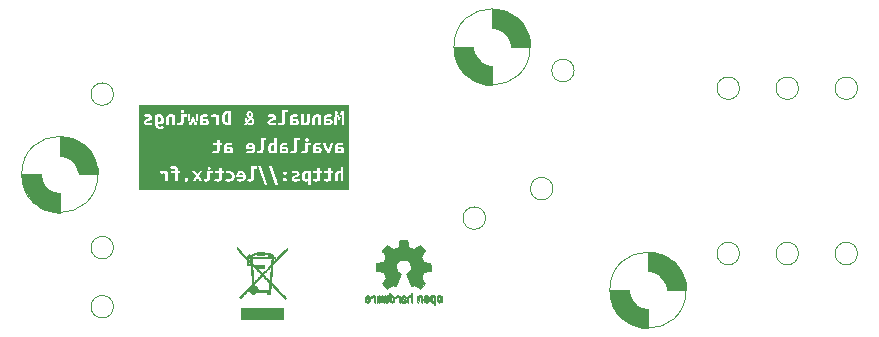
<source format=gbo>
G04 #@! TF.GenerationSoftware,KiCad,Pcbnew,6.0.9-8da3e8f707~116~ubuntu20.04.1*
G04 #@! TF.CreationDate,2023-03-26T14:48:38+00:00*
G04 #@! TF.ProjectId,LEC000042,4c454330-3030-4303-9432-2e6b69636164,rev?*
G04 #@! TF.SameCoordinates,Original*
G04 #@! TF.FileFunction,Legend,Bot*
G04 #@! TF.FilePolarity,Positive*
%FSLAX46Y46*%
G04 Gerber Fmt 4.6, Leading zero omitted, Abs format (unit mm)*
G04 Created by KiCad (PCBNEW 6.0.9-8da3e8f707~116~ubuntu20.04.1) date 2023-03-26 14:48:38*
%MOMM*%
%LPD*%
G01*
G04 APERTURE LIST*
%ADD10C,0.120000*%
%ADD11C,0.010000*%
G04 APERTURE END LIST*
D10*
G04 #@! TO.C,H1*
X12624903Y16700000D02*
G75*
G03*
X12624903Y16700000I-3224903J0D01*
G01*
G36*
X7800000Y16600000D02*
G01*
X7900000Y16200000D01*
X8100000Y15800000D01*
X8500000Y15400000D01*
X8900000Y15200000D01*
X9300000Y15100000D01*
X9400000Y15100000D01*
X9400000Y13475097D01*
X8900000Y13500000D01*
X7900000Y13800000D01*
X7100000Y14400000D01*
X6600000Y15100000D01*
X6300000Y15800000D01*
X6200000Y16200000D01*
X6200000Y16700000D01*
X7800000Y16700000D01*
X7800000Y16600000D01*
G37*
D11*
X7800000Y16600000D02*
X7900000Y16200000D01*
X8100000Y15800000D01*
X8500000Y15400000D01*
X8900000Y15200000D01*
X9300000Y15100000D01*
X9400000Y15100000D01*
X9400000Y13475097D01*
X8900000Y13500000D01*
X7900000Y13800000D01*
X7100000Y14400000D01*
X6600000Y15100000D01*
X6300000Y15800000D01*
X6200000Y16200000D01*
X6200000Y16700000D01*
X7800000Y16700000D01*
X7800000Y16600000D01*
G36*
X9900000Y19900000D02*
G01*
X10900000Y19600000D01*
X11700000Y19000000D01*
X12200000Y18300000D01*
X12500000Y17600000D01*
X12600000Y17200000D01*
X12600000Y16700000D01*
X11000000Y16700000D01*
X11000000Y16800000D01*
X10900000Y17200000D01*
X10700000Y17600000D01*
X10300000Y18000000D01*
X9900000Y18200000D01*
X9500000Y18300000D01*
X9400000Y18300000D01*
X9400000Y19924903D01*
X9900000Y19900000D01*
G37*
X9900000Y19900000D02*
X10900000Y19600000D01*
X11700000Y19000000D01*
X12200000Y18300000D01*
X12500000Y17600000D01*
X12600000Y17200000D01*
X12600000Y16700000D01*
X11000000Y16700000D01*
X11000000Y16800000D01*
X10900000Y17200000D01*
X10700000Y17600000D01*
X10300000Y18000000D01*
X9900000Y18200000D01*
X9500000Y18300000D01*
X9400000Y18300000D01*
X9400000Y19924903D01*
X9900000Y19900000D01*
D10*
G04 #@! TO.C,H2*
X62424903Y6900000D02*
G75*
G03*
X62424903Y6900000I-3224903J0D01*
G01*
G36*
X59700000Y10100000D02*
G01*
X60700000Y9800000D01*
X61500000Y9200000D01*
X62000000Y8500000D01*
X62300000Y7800000D01*
X62400000Y7400000D01*
X62400000Y6900000D01*
X60800000Y6900000D01*
X60800000Y7000000D01*
X60700000Y7400000D01*
X60500000Y7800000D01*
X60100000Y8200000D01*
X59700000Y8400000D01*
X59300000Y8500000D01*
X59200000Y8500000D01*
X59200000Y10124903D01*
X59700000Y10100000D01*
G37*
D11*
X59700000Y10100000D02*
X60700000Y9800000D01*
X61500000Y9200000D01*
X62000000Y8500000D01*
X62300000Y7800000D01*
X62400000Y7400000D01*
X62400000Y6900000D01*
X60800000Y6900000D01*
X60800000Y7000000D01*
X60700000Y7400000D01*
X60500000Y7800000D01*
X60100000Y8200000D01*
X59700000Y8400000D01*
X59300000Y8500000D01*
X59200000Y8500000D01*
X59200000Y10124903D01*
X59700000Y10100000D01*
G36*
X57600000Y6800000D02*
G01*
X57700000Y6400000D01*
X57900000Y6000000D01*
X58300000Y5600000D01*
X58700000Y5400000D01*
X59100000Y5300000D01*
X59200000Y5300000D01*
X59200000Y3675097D01*
X58700000Y3700000D01*
X57700000Y4000000D01*
X56900000Y4600000D01*
X56400000Y5300000D01*
X56100000Y6000000D01*
X56000000Y6400000D01*
X56000000Y6900000D01*
X57600000Y6900000D01*
X57600000Y6800000D01*
G37*
X57600000Y6800000D02*
X57700000Y6400000D01*
X57900000Y6000000D01*
X58300000Y5600000D01*
X58700000Y5400000D01*
X59100000Y5300000D01*
X59200000Y5300000D01*
X59200000Y3675097D01*
X58700000Y3700000D01*
X57700000Y4000000D01*
X56900000Y4600000D01*
X56400000Y5300000D01*
X56100000Y6000000D01*
X56000000Y6400000D01*
X56000000Y6900000D01*
X57600000Y6900000D01*
X57600000Y6800000D01*
D10*
G04 #@! TO.C,H3*
X49224903Y27500000D02*
G75*
G03*
X49224903Y27500000I-3224903J0D01*
G01*
G36*
X46500000Y30700000D02*
G01*
X47500000Y30400000D01*
X48300000Y29800000D01*
X48800000Y29100000D01*
X49100000Y28400000D01*
X49200000Y28000000D01*
X49200000Y27500000D01*
X47600000Y27500000D01*
X47600000Y27600000D01*
X47500000Y28000000D01*
X47300000Y28400000D01*
X46900000Y28800000D01*
X46500000Y29000000D01*
X46100000Y29100000D01*
X46000000Y29100000D01*
X46000000Y30724903D01*
X46500000Y30700000D01*
G37*
D11*
X46500000Y30700000D02*
X47500000Y30400000D01*
X48300000Y29800000D01*
X48800000Y29100000D01*
X49100000Y28400000D01*
X49200000Y28000000D01*
X49200000Y27500000D01*
X47600000Y27500000D01*
X47600000Y27600000D01*
X47500000Y28000000D01*
X47300000Y28400000D01*
X46900000Y28800000D01*
X46500000Y29000000D01*
X46100000Y29100000D01*
X46000000Y29100000D01*
X46000000Y30724903D01*
X46500000Y30700000D01*
G36*
X44400000Y27400000D02*
G01*
X44500000Y27000000D01*
X44700000Y26600000D01*
X45100000Y26200000D01*
X45500000Y26000000D01*
X45900000Y25900000D01*
X46000000Y25900000D01*
X46000000Y24275097D01*
X45500000Y24300000D01*
X44500000Y24600000D01*
X43700000Y25200000D01*
X43200000Y25900000D01*
X42900000Y26600000D01*
X42800000Y27000000D01*
X42800000Y27500000D01*
X44400000Y27500000D01*
X44400000Y27400000D01*
G37*
X44400000Y27400000D02*
X44500000Y27000000D01*
X44700000Y26600000D01*
X45100000Y26200000D01*
X45500000Y26000000D01*
X45900000Y25900000D01*
X46000000Y25900000D01*
X46000000Y24275097D01*
X45500000Y24300000D01*
X44500000Y24600000D01*
X43700000Y25200000D01*
X43200000Y25900000D01*
X42900000Y26600000D01*
X42800000Y27000000D01*
X42800000Y27500000D01*
X44400000Y27500000D01*
X44400000Y27400000D01*
D10*
G04 #@! TO.C,TP4*
X45450000Y13000000D02*
G75*
G03*
X45450000Y13000000I-950000J0D01*
G01*
G04 #@! TO.C,TP6*
X51150000Y15500000D02*
G75*
G03*
X51150000Y15500000I-950000J0D01*
G01*
G04 #@! TO.C,TP7*
X52950000Y25500000D02*
G75*
G03*
X52950000Y25500000I-950000J0D01*
G01*
G04 #@! TO.C,TP8*
X13950000Y23500000D02*
G75*
G03*
X13950000Y23500000I-950000J0D01*
G01*
G04 #@! TO.C,TP9*
X13950000Y5500000D02*
G75*
G03*
X13950000Y5500000I-950000J0D01*
G01*
G04 #@! TO.C,TP10*
X13950000Y10500000D02*
G75*
G03*
X13950000Y10500000I-950000J0D01*
G01*
G04 #@! TO.C,TP1*
X71950000Y24000000D02*
G75*
G03*
X71950000Y24000000I-950000J0D01*
G01*
G04 #@! TO.C,TP2*
X66950000Y24000000D02*
G75*
G03*
X66950000Y24000000I-950000J0D01*
G01*
G04 #@! TO.C,TP3*
X76950000Y24000000D02*
G75*
G03*
X76950000Y24000000I-950000J0D01*
G01*
G04 #@! TO.C,TP5*
X71950000Y10000000D02*
G75*
G03*
X71950000Y10000000I-950000J0D01*
G01*
G04 #@! TO.C,TP11*
X66950000Y10000000D02*
G75*
G03*
X66950000Y10000000I-950000J0D01*
G01*
G04 #@! TO.C,TP12*
X76950000Y10000000D02*
G75*
G03*
X76950000Y10000000I-950000J0D01*
G01*
G04 #@! TO.C,REF\u002A\u002A*
G36*
X27511662Y9739304D02*
G01*
X27551314Y9738218D01*
X27619109Y9738218D01*
X27619109Y9625049D01*
X27459577Y9625049D01*
X27444682Y9447268D01*
X27442682Y9422963D01*
X27438023Y9362120D01*
X27434731Y9312611D01*
X27433092Y9279008D01*
X27433390Y9265884D01*
X27437724Y9269657D01*
X27457496Y9289324D01*
X27491679Y9324182D01*
X27538541Y9372424D01*
X27596354Y9432243D01*
X27663387Y9501833D01*
X27737912Y9579385D01*
X27818197Y9663093D01*
X27902513Y9751151D01*
X27989130Y9841750D01*
X28076319Y9933085D01*
X28162349Y10023347D01*
X28245492Y10110731D01*
X28324016Y10193428D01*
X28396192Y10269632D01*
X28460291Y10337537D01*
X28514583Y10395334D01*
X28611592Y10498960D01*
X28612034Y10410685D01*
X28612475Y10322411D01*
X28011938Y9690842D01*
X27411401Y9059274D01*
X27399396Y8915326D01*
X27351365Y8339365D01*
X27342876Y8237209D01*
X27332343Y8109388D01*
X27322621Y7990233D01*
X27313898Y7882086D01*
X27306358Y7787287D01*
X27300187Y7708181D01*
X27295573Y7647108D01*
X27292700Y7606410D01*
X27291754Y7588430D01*
X27294251Y7580192D01*
X27305471Y7562401D01*
X27326751Y7535589D01*
X27337021Y7523871D01*
X27359225Y7498534D01*
X27404023Y7450014D01*
X27462281Y7388808D01*
X27535129Y7313693D01*
X27623703Y7223450D01*
X27729134Y7116855D01*
X27798492Y7046907D01*
X27895179Y6949342D01*
X27991526Y6852059D01*
X28084638Y6757986D01*
X28171618Y6670050D01*
X28249569Y6591180D01*
X28315596Y6524301D01*
X28366802Y6472342D01*
X28567514Y6268380D01*
X28531058Y6230329D01*
X28522460Y6221755D01*
X28497095Y6200703D01*
X28479695Y6192277D01*
X28466071Y6199470D01*
X28440743Y6221056D01*
X28410379Y6252005D01*
X28391896Y6271552D01*
X28357427Y6307248D01*
X28308712Y6357316D01*
X28247469Y6419999D01*
X28175420Y6493543D01*
X28094285Y6576190D01*
X28005784Y6666185D01*
X27911637Y6761772D01*
X27813565Y6861195D01*
X27271161Y7410657D01*
X27249066Y7125254D01*
X27244250Y7064338D01*
X27237216Y6982452D01*
X27230872Y6920431D01*
X27224748Y6875013D01*
X27218373Y6842938D01*
X27211277Y6820948D01*
X27202991Y6805781D01*
X27191393Y6784584D01*
X27181850Y6745614D01*
X27179010Y6689469D01*
X27179010Y6607227D01*
X26952674Y6607227D01*
X26952674Y6783267D01*
X26107082Y6783267D01*
X26058203Y6727738D01*
X26044836Y6713278D01*
X25972388Y6655187D01*
X25890532Y6619424D01*
X25801900Y6607227D01*
X25723692Y6613694D01*
X25635233Y6640953D01*
X25559507Y6689672D01*
X25544748Y6703597D01*
X25507864Y6748672D01*
X25475503Y6801181D01*
X25452297Y6852939D01*
X25442879Y6895761D01*
X25442697Y6901977D01*
X25441342Y6924754D01*
X25437800Y6940487D01*
X25430390Y6947932D01*
X25417431Y6945844D01*
X25397243Y6932980D01*
X25368145Y6908095D01*
X25328456Y6869947D01*
X25276496Y6817290D01*
X25210584Y6748881D01*
X25129040Y6663476D01*
X25085604Y6617888D01*
X25013000Y6541559D01*
X24944309Y6469192D01*
X24882223Y6403634D01*
X24829434Y6347726D01*
X24788634Y6304314D01*
X24762515Y6276242D01*
X24691119Y6198564D01*
X24602863Y6286584D01*
X25148690Y6858713D01*
X25183105Y6894812D01*
X25305546Y7023728D01*
X25410651Y7135246D01*
X25498736Y7229712D01*
X25570116Y7307471D01*
X25620588Y7363826D01*
X25827247Y7363826D01*
X25828872Y7350566D01*
X25829156Y7349181D01*
X25842698Y7317772D01*
X25869748Y7303137D01*
X25953129Y7271937D01*
X26027418Y7219962D01*
X26085846Y7151209D01*
X26125890Y7068685D01*
X26145026Y6975394D01*
X26151364Y6896435D01*
X27100838Y6896435D01*
X27107458Y6924727D01*
X27108629Y6931671D01*
X27112268Y6962719D01*
X27117234Y7012919D01*
X27123157Y7078273D01*
X27129669Y7154781D01*
X27136401Y7238445D01*
X27158724Y7523871D01*
X26857826Y7829435D01*
X26802636Y7885296D01*
X26735109Y7953112D01*
X26674529Y8013357D01*
X26623021Y8063948D01*
X26582710Y8102800D01*
X26555722Y8127830D01*
X26544182Y8136954D01*
X26536444Y8132595D01*
X26513395Y8112759D01*
X26478709Y8079625D01*
X26435487Y8036180D01*
X26386832Y7985413D01*
X26374140Y7971949D01*
X26317229Y7911725D01*
X26249414Y7840136D01*
X26175800Y7762563D01*
X26101493Y7684389D01*
X26031599Y7610995D01*
X26027401Y7606591D01*
X25962420Y7538215D01*
X25912836Y7485268D01*
X25876688Y7445233D01*
X25852016Y7415589D01*
X25836858Y7393819D01*
X25829256Y7377405D01*
X25827247Y7363826D01*
X25620588Y7363826D01*
X25625105Y7368869D01*
X25664019Y7414252D01*
X25687173Y7443965D01*
X25694882Y7458356D01*
X25694883Y7458441D01*
X25693825Y7476376D01*
X25690737Y7516579D01*
X25685858Y7576313D01*
X25679432Y7652842D01*
X25671700Y7743431D01*
X25662905Y7845343D01*
X25653287Y7955841D01*
X25643091Y8072189D01*
X25632556Y8191652D01*
X25621926Y8311493D01*
X25611442Y8428975D01*
X25601346Y8541363D01*
X25591881Y8645919D01*
X25583288Y8739909D01*
X25575809Y8820595D01*
X25569687Y8885241D01*
X25565162Y8931112D01*
X25562478Y8955470D01*
X25557067Y8996268D01*
X25686253Y8996268D01*
X25687908Y8965347D01*
X25691549Y8913347D01*
X25696995Y8842513D01*
X25704063Y8755089D01*
X25712570Y8653319D01*
X25722335Y8539448D01*
X25733174Y8415721D01*
X25744907Y8284382D01*
X25754079Y8183092D01*
X25765566Y8057474D01*
X25776322Y7941238D01*
X25786131Y7836620D01*
X25794781Y7745860D01*
X25802057Y7671196D01*
X25807746Y7614866D01*
X25811634Y7579109D01*
X25813506Y7566163D01*
X25819188Y7570174D01*
X25840020Y7589862D01*
X25873872Y7623678D01*
X25918412Y7669163D01*
X25971310Y7723854D01*
X26030236Y7785290D01*
X26092858Y7851010D01*
X26156848Y7918551D01*
X26219874Y7985453D01*
X26279606Y8049254D01*
X26333713Y8107493D01*
X26379865Y8157708D01*
X26415733Y8197437D01*
X26438984Y8224220D01*
X26445778Y8233523D01*
X26627601Y8233523D01*
X26903305Y7958032D01*
X26970726Y7890776D01*
X27034267Y7827838D01*
X27083490Y7779900D01*
X27120196Y7745406D01*
X27146190Y7722801D01*
X27163276Y7710529D01*
X27173256Y7707034D01*
X27177935Y7710762D01*
X27179116Y7720156D01*
X27179873Y7735251D01*
X27182601Y7774117D01*
X27187108Y7833105D01*
X27193179Y7909527D01*
X27200596Y8000695D01*
X27209142Y8103920D01*
X27218602Y8216517D01*
X27228758Y8335795D01*
X27237723Y8440923D01*
X27247066Y8551649D01*
X27255443Y8652186D01*
X27262653Y8740057D01*
X27268496Y8812785D01*
X27272769Y8867890D01*
X27275273Y8902896D01*
X27275805Y8915326D01*
X27275384Y8915092D01*
X27263509Y8903650D01*
X27237130Y8876802D01*
X27198570Y8836982D01*
X27150153Y8786628D01*
X27094203Y8728172D01*
X27033042Y8664052D01*
X26968995Y8596702D01*
X26904385Y8528557D01*
X26841535Y8462052D01*
X26782768Y8399623D01*
X26730409Y8343705D01*
X26629533Y8235594D01*
X26627601Y8233523D01*
X26445778Y8233523D01*
X26447290Y8235594D01*
X26439148Y8246617D01*
X26415478Y8273001D01*
X26378478Y8312473D01*
X26330350Y8362809D01*
X26273296Y8421783D01*
X26209520Y8487170D01*
X26141222Y8556745D01*
X26070605Y8628284D01*
X25999871Y8699562D01*
X25931222Y8768353D01*
X25866861Y8832434D01*
X25808989Y8889578D01*
X25759810Y8937561D01*
X25721524Y8974159D01*
X25696334Y8997146D01*
X25686442Y9004297D01*
X25686253Y8996268D01*
X25557067Y8996268D01*
X25555390Y9008911D01*
X25280297Y9008911D01*
X25280140Y9109505D01*
X25380891Y9109505D01*
X25462624Y9109505D01*
X25469895Y9109511D01*
X25510950Y9110387D01*
X25533277Y9114133D01*
X25542529Y9122730D01*
X25544357Y9138160D01*
X25536306Y9160841D01*
X25508730Y9198572D01*
X25462624Y9247821D01*
X25380891Y9328828D01*
X25380891Y9109505D01*
X25280140Y9109505D01*
X25279968Y9219529D01*
X25279639Y9430148D01*
X24827914Y9889109D01*
X24376189Y10348069D01*
X24375570Y10435152D01*
X24374951Y10522233D01*
X24916769Y9973048D01*
X24969137Y9920002D01*
X25077803Y9810228D01*
X25170709Y9716886D01*
X25249055Y9638827D01*
X25314043Y9574903D01*
X25366872Y9523965D01*
X25408743Y9484865D01*
X25440855Y9456452D01*
X25464410Y9437580D01*
X25480608Y9427099D01*
X25490649Y9423861D01*
X25507579Y9424842D01*
X25517084Y9432004D01*
X25518723Y9451599D01*
X25514782Y9489876D01*
X25512065Y9513975D01*
X25508284Y9554256D01*
X25506760Y9581039D01*
X25506015Y9590272D01*
X25498746Y9600161D01*
X25478668Y9603438D01*
X25439689Y9602008D01*
X25429737Y9601447D01*
X25389898Y9602079D01*
X25361560Y9610833D01*
X25341586Y9625049D01*
X25624852Y9625049D01*
X25629013Y9577896D01*
X25630935Y9556502D01*
X25636924Y9498091D01*
X25642826Y9459619D01*
X25649727Y9437088D01*
X25658712Y9426502D01*
X25670870Y9423861D01*
X25681801Y9422063D01*
X25689050Y9413470D01*
X25693100Y9393495D01*
X25694863Y9357550D01*
X25695248Y9301048D01*
X25695248Y9178234D01*
X25735447Y9138160D01*
X25833565Y9040346D01*
X25971881Y8902458D01*
X25971881Y9008911D01*
X26726337Y9008911D01*
X26726337Y8770000D01*
X26107831Y8770000D01*
X26317592Y8553094D01*
X26357770Y8511666D01*
X26413328Y8454800D01*
X26461570Y8405918D01*
X26499971Y8367559D01*
X26526003Y8342259D01*
X26537140Y8332558D01*
X26541373Y8335233D01*
X26561224Y8353218D01*
X26595451Y8386519D01*
X26642227Y8433288D01*
X26699724Y8491675D01*
X26766112Y8559831D01*
X26839564Y8635906D01*
X26918251Y8718050D01*
X26997341Y8801057D01*
X27074871Y8882864D01*
X27137746Y8949917D01*
X27187502Y9003993D01*
X27225678Y9046871D01*
X27253811Y9080327D01*
X27273440Y9106139D01*
X27286101Y9126086D01*
X27293334Y9141944D01*
X27296675Y9155491D01*
X27297561Y9162090D01*
X27301488Y9198452D01*
X27306459Y9251982D01*
X27311927Y9316579D01*
X27317344Y9386138D01*
X27319181Y9410365D01*
X27324488Y9475822D01*
X27329548Y9532283D01*
X27333863Y9574382D01*
X27336934Y9596757D01*
X27342955Y9625049D01*
X25624852Y9625049D01*
X25341586Y9625049D01*
X25333630Y9630711D01*
X25328820Y9634896D01*
X25289482Y9685573D01*
X25273903Y9738218D01*
X25614698Y9738218D01*
X27029221Y9738218D01*
X27241881Y9738218D01*
X27298908Y9738218D01*
X27315993Y9738338D01*
X27341308Y9740538D01*
X27348616Y9747666D01*
X27342943Y9762492D01*
X27341267Y9765318D01*
X27322448Y9787056D01*
X27295183Y9811180D01*
X27267987Y9830746D01*
X27249371Y9838812D01*
X27247697Y9837537D01*
X27243544Y9820024D01*
X27241881Y9788515D01*
X27241881Y9738218D01*
X27029221Y9738218D01*
X27025526Y9828905D01*
X27021832Y9919593D01*
X26946386Y9934748D01*
X26908551Y9941621D01*
X26845368Y9951244D01*
X26786065Y9958504D01*
X26701188Y9967107D01*
X26701188Y9863960D01*
X26122773Y9863960D01*
X26122773Y9954878D01*
X26050471Y9946247D01*
X25939998Y9927751D01*
X25828816Y9894309D01*
X25736850Y9847676D01*
X25662542Y9787214D01*
X25614698Y9738218D01*
X25273903Y9738218D01*
X25272172Y9744066D01*
X25277474Y9805425D01*
X25305975Y9864703D01*
X25308733Y9868394D01*
X25346822Y9900149D01*
X25396476Y9918933D01*
X25450002Y9923929D01*
X25499707Y9914322D01*
X25537900Y9889296D01*
X25550831Y9876520D01*
X25563428Y9873424D01*
X25581467Y9883002D01*
X25611928Y9906918D01*
X25621274Y9914269D01*
X25693430Y9960661D01*
X25778915Y10001916D01*
X25848830Y10027425D01*
X26223367Y10027425D01*
X26223367Y9964554D01*
X26600594Y9964554D01*
X26600594Y10027425D01*
X26223367Y10027425D01*
X25848830Y10027425D01*
X25869767Y10035064D01*
X25958027Y10057132D01*
X26035736Y10065148D01*
X26043991Y10065212D01*
X26089879Y10069679D01*
X26115079Y10082205D01*
X26122773Y10104216D01*
X26123676Y10111151D01*
X26128615Y10117115D01*
X26140611Y10121481D01*
X26162680Y10124497D01*
X26197836Y10126410D01*
X26249094Y10127470D01*
X26319471Y10127923D01*
X26411980Y10128020D01*
X26498660Y10127850D01*
X26572332Y10127166D01*
X26626265Y10125785D01*
X26663288Y10123530D01*
X26686230Y10120222D01*
X26697920Y10115680D01*
X26701188Y10109728D01*
X26711937Y10095112D01*
X26742055Y10085785D01*
X26753582Y10084153D01*
X26792886Y10078409D01*
X26845188Y10070622D01*
X26902376Y10061997D01*
X26933916Y10057607D01*
X26980074Y10052852D01*
X27012641Y10051705D01*
X27026023Y10054505D01*
X27028308Y10056329D01*
X27049405Y10060835D01*
X27087355Y10063971D01*
X27136048Y10065148D01*
X27241881Y10065148D01*
X27241894Y10027425D01*
X27241894Y10024282D01*
X27242388Y10011332D01*
X27248819Y9989589D01*
X27267123Y9971149D01*
X27302830Y9949199D01*
X27334174Y9929146D01*
X27381893Y9890644D01*
X27425138Y9847421D01*
X27458219Y9805373D01*
X27475442Y9770396D01*
X27479662Y9756919D01*
X27487480Y9747666D01*
X27490116Y9744546D01*
X27511662Y9739304D01*
G37*
D11*
X27511662Y9739304D02*
X27551314Y9738218D01*
X27619109Y9738218D01*
X27619109Y9625049D01*
X27459577Y9625049D01*
X27444682Y9447268D01*
X27442682Y9422963D01*
X27438023Y9362120D01*
X27434731Y9312611D01*
X27433092Y9279008D01*
X27433390Y9265884D01*
X27437724Y9269657D01*
X27457496Y9289324D01*
X27491679Y9324182D01*
X27538541Y9372424D01*
X27596354Y9432243D01*
X27663387Y9501833D01*
X27737912Y9579385D01*
X27818197Y9663093D01*
X27902513Y9751151D01*
X27989130Y9841750D01*
X28076319Y9933085D01*
X28162349Y10023347D01*
X28245492Y10110731D01*
X28324016Y10193428D01*
X28396192Y10269632D01*
X28460291Y10337537D01*
X28514583Y10395334D01*
X28611592Y10498960D01*
X28612034Y10410685D01*
X28612475Y10322411D01*
X28011938Y9690842D01*
X27411401Y9059274D01*
X27399396Y8915326D01*
X27351365Y8339365D01*
X27342876Y8237209D01*
X27332343Y8109388D01*
X27322621Y7990233D01*
X27313898Y7882086D01*
X27306358Y7787287D01*
X27300187Y7708181D01*
X27295573Y7647108D01*
X27292700Y7606410D01*
X27291754Y7588430D01*
X27294251Y7580192D01*
X27305471Y7562401D01*
X27326751Y7535589D01*
X27337021Y7523871D01*
X27359225Y7498534D01*
X27404023Y7450014D01*
X27462281Y7388808D01*
X27535129Y7313693D01*
X27623703Y7223450D01*
X27729134Y7116855D01*
X27798492Y7046907D01*
X27895179Y6949342D01*
X27991526Y6852059D01*
X28084638Y6757986D01*
X28171618Y6670050D01*
X28249569Y6591180D01*
X28315596Y6524301D01*
X28366802Y6472342D01*
X28567514Y6268380D01*
X28531058Y6230329D01*
X28522460Y6221755D01*
X28497095Y6200703D01*
X28479695Y6192277D01*
X28466071Y6199470D01*
X28440743Y6221056D01*
X28410379Y6252005D01*
X28391896Y6271552D01*
X28357427Y6307248D01*
X28308712Y6357316D01*
X28247469Y6419999D01*
X28175420Y6493543D01*
X28094285Y6576190D01*
X28005784Y6666185D01*
X27911637Y6761772D01*
X27813565Y6861195D01*
X27271161Y7410657D01*
X27249066Y7125254D01*
X27244250Y7064338D01*
X27237216Y6982452D01*
X27230872Y6920431D01*
X27224748Y6875013D01*
X27218373Y6842938D01*
X27211277Y6820948D01*
X27202991Y6805781D01*
X27191393Y6784584D01*
X27181850Y6745614D01*
X27179010Y6689469D01*
X27179010Y6607227D01*
X26952674Y6607227D01*
X26952674Y6783267D01*
X26107082Y6783267D01*
X26058203Y6727738D01*
X26044836Y6713278D01*
X25972388Y6655187D01*
X25890532Y6619424D01*
X25801900Y6607227D01*
X25723692Y6613694D01*
X25635233Y6640953D01*
X25559507Y6689672D01*
X25544748Y6703597D01*
X25507864Y6748672D01*
X25475503Y6801181D01*
X25452297Y6852939D01*
X25442879Y6895761D01*
X25442697Y6901977D01*
X25441342Y6924754D01*
X25437800Y6940487D01*
X25430390Y6947932D01*
X25417431Y6945844D01*
X25397243Y6932980D01*
X25368145Y6908095D01*
X25328456Y6869947D01*
X25276496Y6817290D01*
X25210584Y6748881D01*
X25129040Y6663476D01*
X25085604Y6617888D01*
X25013000Y6541559D01*
X24944309Y6469192D01*
X24882223Y6403634D01*
X24829434Y6347726D01*
X24788634Y6304314D01*
X24762515Y6276242D01*
X24691119Y6198564D01*
X24602863Y6286584D01*
X25148690Y6858713D01*
X25183105Y6894812D01*
X25305546Y7023728D01*
X25410651Y7135246D01*
X25498736Y7229712D01*
X25570116Y7307471D01*
X25620588Y7363826D01*
X25827247Y7363826D01*
X25828872Y7350566D01*
X25829156Y7349181D01*
X25842698Y7317772D01*
X25869748Y7303137D01*
X25953129Y7271937D01*
X26027418Y7219962D01*
X26085846Y7151209D01*
X26125890Y7068685D01*
X26145026Y6975394D01*
X26151364Y6896435D01*
X27100838Y6896435D01*
X27107458Y6924727D01*
X27108629Y6931671D01*
X27112268Y6962719D01*
X27117234Y7012919D01*
X27123157Y7078273D01*
X27129669Y7154781D01*
X27136401Y7238445D01*
X27158724Y7523871D01*
X26857826Y7829435D01*
X26802636Y7885296D01*
X26735109Y7953112D01*
X26674529Y8013357D01*
X26623021Y8063948D01*
X26582710Y8102800D01*
X26555722Y8127830D01*
X26544182Y8136954D01*
X26536444Y8132595D01*
X26513395Y8112759D01*
X26478709Y8079625D01*
X26435487Y8036180D01*
X26386832Y7985413D01*
X26374140Y7971949D01*
X26317229Y7911725D01*
X26249414Y7840136D01*
X26175800Y7762563D01*
X26101493Y7684389D01*
X26031599Y7610995D01*
X26027401Y7606591D01*
X25962420Y7538215D01*
X25912836Y7485268D01*
X25876688Y7445233D01*
X25852016Y7415589D01*
X25836858Y7393819D01*
X25829256Y7377405D01*
X25827247Y7363826D01*
X25620588Y7363826D01*
X25625105Y7368869D01*
X25664019Y7414252D01*
X25687173Y7443965D01*
X25694882Y7458356D01*
X25694883Y7458441D01*
X25693825Y7476376D01*
X25690737Y7516579D01*
X25685858Y7576313D01*
X25679432Y7652842D01*
X25671700Y7743431D01*
X25662905Y7845343D01*
X25653287Y7955841D01*
X25643091Y8072189D01*
X25632556Y8191652D01*
X25621926Y8311493D01*
X25611442Y8428975D01*
X25601346Y8541363D01*
X25591881Y8645919D01*
X25583288Y8739909D01*
X25575809Y8820595D01*
X25569687Y8885241D01*
X25565162Y8931112D01*
X25562478Y8955470D01*
X25557067Y8996268D01*
X25686253Y8996268D01*
X25687908Y8965347D01*
X25691549Y8913347D01*
X25696995Y8842513D01*
X25704063Y8755089D01*
X25712570Y8653319D01*
X25722335Y8539448D01*
X25733174Y8415721D01*
X25744907Y8284382D01*
X25754079Y8183092D01*
X25765566Y8057474D01*
X25776322Y7941238D01*
X25786131Y7836620D01*
X25794781Y7745860D01*
X25802057Y7671196D01*
X25807746Y7614866D01*
X25811634Y7579109D01*
X25813506Y7566163D01*
X25819188Y7570174D01*
X25840020Y7589862D01*
X25873872Y7623678D01*
X25918412Y7669163D01*
X25971310Y7723854D01*
X26030236Y7785290D01*
X26092858Y7851010D01*
X26156848Y7918551D01*
X26219874Y7985453D01*
X26279606Y8049254D01*
X26333713Y8107493D01*
X26379865Y8157708D01*
X26415733Y8197437D01*
X26438984Y8224220D01*
X26445778Y8233523D01*
X26627601Y8233523D01*
X26903305Y7958032D01*
X26970726Y7890776D01*
X27034267Y7827838D01*
X27083490Y7779900D01*
X27120196Y7745406D01*
X27146190Y7722801D01*
X27163276Y7710529D01*
X27173256Y7707034D01*
X27177935Y7710762D01*
X27179116Y7720156D01*
X27179873Y7735251D01*
X27182601Y7774117D01*
X27187108Y7833105D01*
X27193179Y7909527D01*
X27200596Y8000695D01*
X27209142Y8103920D01*
X27218602Y8216517D01*
X27228758Y8335795D01*
X27237723Y8440923D01*
X27247066Y8551649D01*
X27255443Y8652186D01*
X27262653Y8740057D01*
X27268496Y8812785D01*
X27272769Y8867890D01*
X27275273Y8902896D01*
X27275805Y8915326D01*
X27275384Y8915092D01*
X27263509Y8903650D01*
X27237130Y8876802D01*
X27198570Y8836982D01*
X27150153Y8786628D01*
X27094203Y8728172D01*
X27033042Y8664052D01*
X26968995Y8596702D01*
X26904385Y8528557D01*
X26841535Y8462052D01*
X26782768Y8399623D01*
X26730409Y8343705D01*
X26629533Y8235594D01*
X26627601Y8233523D01*
X26445778Y8233523D01*
X26447290Y8235594D01*
X26439148Y8246617D01*
X26415478Y8273001D01*
X26378478Y8312473D01*
X26330350Y8362809D01*
X26273296Y8421783D01*
X26209520Y8487170D01*
X26141222Y8556745D01*
X26070605Y8628284D01*
X25999871Y8699562D01*
X25931222Y8768353D01*
X25866861Y8832434D01*
X25808989Y8889578D01*
X25759810Y8937561D01*
X25721524Y8974159D01*
X25696334Y8997146D01*
X25686442Y9004297D01*
X25686253Y8996268D01*
X25557067Y8996268D01*
X25555390Y9008911D01*
X25280297Y9008911D01*
X25280140Y9109505D01*
X25380891Y9109505D01*
X25462624Y9109505D01*
X25469895Y9109511D01*
X25510950Y9110387D01*
X25533277Y9114133D01*
X25542529Y9122730D01*
X25544357Y9138160D01*
X25536306Y9160841D01*
X25508730Y9198572D01*
X25462624Y9247821D01*
X25380891Y9328828D01*
X25380891Y9109505D01*
X25280140Y9109505D01*
X25279968Y9219529D01*
X25279639Y9430148D01*
X24827914Y9889109D01*
X24376189Y10348069D01*
X24375570Y10435152D01*
X24374951Y10522233D01*
X24916769Y9973048D01*
X24969137Y9920002D01*
X25077803Y9810228D01*
X25170709Y9716886D01*
X25249055Y9638827D01*
X25314043Y9574903D01*
X25366872Y9523965D01*
X25408743Y9484865D01*
X25440855Y9456452D01*
X25464410Y9437580D01*
X25480608Y9427099D01*
X25490649Y9423861D01*
X25507579Y9424842D01*
X25517084Y9432004D01*
X25518723Y9451599D01*
X25514782Y9489876D01*
X25512065Y9513975D01*
X25508284Y9554256D01*
X25506760Y9581039D01*
X25506015Y9590272D01*
X25498746Y9600161D01*
X25478668Y9603438D01*
X25439689Y9602008D01*
X25429737Y9601447D01*
X25389898Y9602079D01*
X25361560Y9610833D01*
X25341586Y9625049D01*
X25624852Y9625049D01*
X25629013Y9577896D01*
X25630935Y9556502D01*
X25636924Y9498091D01*
X25642826Y9459619D01*
X25649727Y9437088D01*
X25658712Y9426502D01*
X25670870Y9423861D01*
X25681801Y9422063D01*
X25689050Y9413470D01*
X25693100Y9393495D01*
X25694863Y9357550D01*
X25695248Y9301048D01*
X25695248Y9178234D01*
X25735447Y9138160D01*
X25833565Y9040346D01*
X25971881Y8902458D01*
X25971881Y9008911D01*
X26726337Y9008911D01*
X26726337Y8770000D01*
X26107831Y8770000D01*
X26317592Y8553094D01*
X26357770Y8511666D01*
X26413328Y8454800D01*
X26461570Y8405918D01*
X26499971Y8367559D01*
X26526003Y8342259D01*
X26537140Y8332558D01*
X26541373Y8335233D01*
X26561224Y8353218D01*
X26595451Y8386519D01*
X26642227Y8433288D01*
X26699724Y8491675D01*
X26766112Y8559831D01*
X26839564Y8635906D01*
X26918251Y8718050D01*
X26997341Y8801057D01*
X27074871Y8882864D01*
X27137746Y8949917D01*
X27187502Y9003993D01*
X27225678Y9046871D01*
X27253811Y9080327D01*
X27273440Y9106139D01*
X27286101Y9126086D01*
X27293334Y9141944D01*
X27296675Y9155491D01*
X27297561Y9162090D01*
X27301488Y9198452D01*
X27306459Y9251982D01*
X27311927Y9316579D01*
X27317344Y9386138D01*
X27319181Y9410365D01*
X27324488Y9475822D01*
X27329548Y9532283D01*
X27333863Y9574382D01*
X27336934Y9596757D01*
X27342955Y9625049D01*
X25624852Y9625049D01*
X25341586Y9625049D01*
X25333630Y9630711D01*
X25328820Y9634896D01*
X25289482Y9685573D01*
X25273903Y9738218D01*
X25614698Y9738218D01*
X27029221Y9738218D01*
X27241881Y9738218D01*
X27298908Y9738218D01*
X27315993Y9738338D01*
X27341308Y9740538D01*
X27348616Y9747666D01*
X27342943Y9762492D01*
X27341267Y9765318D01*
X27322448Y9787056D01*
X27295183Y9811180D01*
X27267987Y9830746D01*
X27249371Y9838812D01*
X27247697Y9837537D01*
X27243544Y9820024D01*
X27241881Y9788515D01*
X27241881Y9738218D01*
X27029221Y9738218D01*
X27025526Y9828905D01*
X27021832Y9919593D01*
X26946386Y9934748D01*
X26908551Y9941621D01*
X26845368Y9951244D01*
X26786065Y9958504D01*
X26701188Y9967107D01*
X26701188Y9863960D01*
X26122773Y9863960D01*
X26122773Y9954878D01*
X26050471Y9946247D01*
X25939998Y9927751D01*
X25828816Y9894309D01*
X25736850Y9847676D01*
X25662542Y9787214D01*
X25614698Y9738218D01*
X25273903Y9738218D01*
X25272172Y9744066D01*
X25277474Y9805425D01*
X25305975Y9864703D01*
X25308733Y9868394D01*
X25346822Y9900149D01*
X25396476Y9918933D01*
X25450002Y9923929D01*
X25499707Y9914322D01*
X25537900Y9889296D01*
X25550831Y9876520D01*
X25563428Y9873424D01*
X25581467Y9883002D01*
X25611928Y9906918D01*
X25621274Y9914269D01*
X25693430Y9960661D01*
X25778915Y10001916D01*
X25848830Y10027425D01*
X26223367Y10027425D01*
X26223367Y9964554D01*
X26600594Y9964554D01*
X26600594Y10027425D01*
X26223367Y10027425D01*
X25848830Y10027425D01*
X25869767Y10035064D01*
X25958027Y10057132D01*
X26035736Y10065148D01*
X26043991Y10065212D01*
X26089879Y10069679D01*
X26115079Y10082205D01*
X26122773Y10104216D01*
X26123676Y10111151D01*
X26128615Y10117115D01*
X26140611Y10121481D01*
X26162680Y10124497D01*
X26197836Y10126410D01*
X26249094Y10127470D01*
X26319471Y10127923D01*
X26411980Y10128020D01*
X26498660Y10127850D01*
X26572332Y10127166D01*
X26626265Y10125785D01*
X26663288Y10123530D01*
X26686230Y10120222D01*
X26697920Y10115680D01*
X26701188Y10109728D01*
X26711937Y10095112D01*
X26742055Y10085785D01*
X26753582Y10084153D01*
X26792886Y10078409D01*
X26845188Y10070622D01*
X26902376Y10061997D01*
X26933916Y10057607D01*
X26980074Y10052852D01*
X27012641Y10051705D01*
X27026023Y10054505D01*
X27028308Y10056329D01*
X27049405Y10060835D01*
X27087355Y10063971D01*
X27136048Y10065148D01*
X27241881Y10065148D01*
X27241894Y10027425D01*
X27241894Y10024282D01*
X27242388Y10011332D01*
X27248819Y9989589D01*
X27267123Y9971149D01*
X27302830Y9949199D01*
X27334174Y9929146D01*
X27381893Y9890644D01*
X27425138Y9847421D01*
X27458219Y9805373D01*
X27475442Y9770396D01*
X27479662Y9756919D01*
X27487480Y9747666D01*
X27490116Y9744546D01*
X27511662Y9739304D01*
G36*
X28272971Y4482178D02*
G01*
X24752178Y4482178D01*
X24752178Y5349802D01*
X28272971Y5349802D01*
X28272971Y4482178D01*
G37*
X28272971Y4482178D02*
X24752178Y4482178D01*
X24752178Y5349802D01*
X28272971Y5349802D01*
X28272971Y4482178D01*
G04 #@! TO.C,kibuzzard-624D5053*
G36*
X25566738Y21882450D02*
G01*
X25595313Y21789105D01*
X25578168Y21704332D01*
X25530543Y21615750D01*
X25437198Y21706237D01*
X25404813Y21813870D01*
X25428625Y21889117D01*
X25490538Y21914835D01*
X25566738Y21882450D01*
G37*
G36*
X28422877Y18875450D02*
G01*
X28481997Y18859496D01*
X28522350Y18827590D01*
X28537364Y18773162D01*
X28492320Y18687765D01*
X28375956Y18662428D01*
X28302759Y18663366D01*
X28240823Y18668058D01*
X28240823Y18870758D01*
X28295251Y18877327D01*
X28353433Y18880142D01*
X28422877Y18875450D01*
G37*
G36*
X24821476Y16802185D02*
G01*
X24875112Y16761496D01*
X24908403Y16702311D01*
X24924124Y16633879D01*
X24576415Y16633879D01*
X24585662Y16701386D01*
X24615255Y16759646D01*
X24667041Y16801260D01*
X24744721Y16816981D01*
X24821476Y16802185D01*
G37*
G36*
X16107777Y15413970D02*
G01*
X16107777Y16964942D01*
X17894119Y16964942D01*
X17934808Y16754097D01*
X17987519Y16765195D01*
X18049478Y16775367D01*
X18110512Y16781840D01*
X18160449Y16783690D01*
X18254774Y16779066D01*
X18349099Y16761496D01*
X18349099Y16116015D01*
X18578439Y16116015D01*
X18578439Y16927952D01*
X18486657Y16958006D01*
X18392563Y16981588D01*
X18289221Y16996846D01*
X18169696Y17001932D01*
X18116985Y17000083D01*
X18043929Y16993610D01*
X17965325Y16982513D01*
X17894119Y16964942D01*
X16107777Y16964942D01*
X16107777Y17342243D01*
X18757842Y17342243D01*
X18796682Y17157292D01*
X18903029Y17187809D01*
X19024172Y17203530D01*
X19084281Y17197981D01*
X19134218Y17173937D01*
X19168434Y17121226D01*
X19181381Y17031525D01*
X19181381Y16985287D01*
X18824425Y16985287D01*
X18824425Y16796636D01*
X19181381Y16796636D01*
X19181381Y16116015D01*
X19410721Y16116015D01*
X19410721Y16262127D01*
X19963726Y16262127D01*
X20013662Y16138209D01*
X20128332Y16095670D01*
X20191216Y16106767D01*
X20206277Y16116015D01*
X20627701Y16116015D01*
X20864439Y16116015D01*
X20914376Y16205254D01*
X20964313Y16284321D01*
X21012863Y16354602D01*
X21058638Y16417486D01*
X21111349Y16344430D01*
X21158512Y16273224D01*
X21203363Y16198781D01*
X21249138Y16116015D01*
X21480328Y16116015D01*
X21458513Y16153005D01*
X21578352Y16153005D01*
X21710592Y16107692D01*
X21824337Y16095670D01*
X21973223Y16121563D01*
X22001720Y16143758D01*
X22493862Y16143758D01*
X22629801Y16106767D01*
X22771289Y16095670D01*
X22911852Y16108617D01*
X22973228Y16138209D01*
X23429716Y16138209D01*
X23546235Y16107692D01*
X23620678Y16098676D01*
X23707143Y16095670D01*
X23830829Y16104455D01*
X23935558Y16130811D01*
X24022254Y16172425D01*
X24091842Y16226986D01*
X24144784Y16293568D01*
X24181544Y16371248D01*
X24203044Y16457713D01*
X24210211Y16550651D01*
X24209314Y16561748D01*
X24356323Y16561748D01*
X24357247Y16515510D01*
X24360022Y16476670D01*
X24924124Y16476670D01*
X24906553Y16400609D01*
X24853842Y16342580D01*
X24773388Y16305821D01*
X24672590Y16293568D01*
X24542199Y16308364D01*
X24437701Y16337957D01*
X24406260Y16143758D01*
X24532027Y16109542D01*
X24681837Y16095670D01*
X24787028Y16102837D01*
X24880660Y16124338D01*
X24946185Y16153005D01*
X25277381Y16153005D01*
X25302349Y16140059D01*
X25353211Y16120639D01*
X25429966Y16103068D01*
X25532614Y16095670D01*
X25668553Y16119020D01*
X25761954Y16189071D01*
X25816052Y16303972D01*
X25834085Y16461874D01*
X25834085Y17199830D01*
X26074522Y17199830D01*
X26074522Y17388481D01*
X25606595Y17388481D01*
X25606595Y16445229D01*
X25571454Y16325010D01*
X25482677Y16293568D01*
X25368007Y16312063D01*
X25306973Y16336107D01*
X25277381Y16153005D01*
X24946185Y16153005D01*
X24962039Y16159941D01*
X25030471Y16209415D01*
X25085263Y16272530D01*
X25125721Y16349054D01*
X25150689Y16439218D01*
X25159012Y16543253D01*
X25150227Y16650987D01*
X25123871Y16744850D01*
X25083182Y16824610D01*
X25031396Y16890037D01*
X24969899Y16941130D01*
X24900080Y16977889D01*
X24748420Y17007481D01*
X24630462Y16994843D01*
X24533054Y16956928D01*
X24456196Y16893736D01*
X24400711Y16806295D01*
X24367420Y16695632D01*
X24356323Y16561748D01*
X24209314Y16561748D01*
X24202813Y16642202D01*
X24180619Y16728204D01*
X24143166Y16806115D01*
X24089993Y16873391D01*
X24020867Y16928877D01*
X23935558Y16971415D01*
X23833141Y16998465D01*
X23712692Y17007481D01*
X23572129Y16996384D01*
X23444512Y16959394D01*
X23494449Y16776292D01*
X23576752Y16799411D01*
X23692347Y16809583D01*
X23828286Y16790163D01*
X23916138Y16736527D01*
X23964226Y16654224D01*
X23979022Y16550651D01*
X23962145Y16443379D01*
X23911514Y16362000D01*
X23820195Y16310676D01*
X23681250Y16293568D01*
X23569354Y16300966D01*
X23463007Y16325010D01*
X23429716Y16138209D01*
X22973228Y16138209D01*
X23015425Y16158554D01*
X23080158Y16263051D01*
X23096803Y16340962D01*
X23102352Y16439680D01*
X23102352Y16796636D01*
X23300250Y16796636D01*
X23300250Y16985287D01*
X23102352Y16985287D01*
X23102352Y17203530D01*
X22874862Y17240520D01*
X22874862Y16985287D01*
X22510507Y16985287D01*
X22510507Y16796636D01*
X22874862Y16796636D01*
X22874862Y16445229D01*
X22865614Y16367549D01*
X22839721Y16321311D01*
X22799031Y16299117D01*
X22745396Y16293568D01*
X22687136Y16295418D01*
X22635349Y16301891D01*
X22583563Y16315763D01*
X22525303Y16339806D01*
X22493862Y16143758D01*
X22001720Y16143758D01*
X22069398Y16196469D01*
X22120260Y16315763D01*
X22131357Y16391130D01*
X22135056Y16476670D01*
X22135056Y16796636D01*
X22375493Y16796636D01*
X22375493Y16985287D01*
X21907565Y16985287D01*
X21907565Y16447078D01*
X21878898Y16331483D01*
X21783648Y16293568D01*
X21707818Y16301891D01*
X21607944Y16336107D01*
X21578352Y16153005D01*
X21458513Y16153005D01*
X21416519Y16224212D01*
X21340689Y16338881D01*
X21257461Y16454476D01*
X21173308Y16563597D01*
X21478478Y16985287D01*
X21239891Y16985287D01*
X21047541Y16713408D01*
X20869988Y16985287D01*
X20638798Y16985287D01*
X20919925Y16567297D01*
X20832997Y16453551D01*
X20751619Y16332408D01*
X20681337Y16215889D01*
X20627701Y16116015D01*
X20206277Y16116015D01*
X20243927Y16139134D01*
X20280917Y16190920D01*
X20294789Y16262127D01*
X20280917Y16331483D01*
X20243927Y16382345D01*
X20191216Y16413787D01*
X20128332Y16424884D01*
X20013662Y16382345D01*
X19963726Y16262127D01*
X19410721Y16262127D01*
X19410721Y16796636D01*
X19601221Y16796636D01*
X19601221Y16985287D01*
X19410721Y16985287D01*
X19410721Y17035224D01*
X19403092Y17131630D01*
X19380204Y17210003D01*
X19361686Y17234971D01*
X21916813Y17234971D01*
X21959352Y17129549D01*
X22061075Y17090709D01*
X22161874Y17129549D01*
X22203488Y17234971D01*
X22161874Y17342243D01*
X22061075Y17381083D01*
X21959352Y17342243D01*
X21916813Y17234971D01*
X19361686Y17234971D01*
X19297900Y17320974D01*
X19179531Y17380158D01*
X19042667Y17397729D01*
X18894706Y17384782D01*
X18757842Y17342243D01*
X16107777Y17342243D01*
X16107777Y17408826D01*
X26228031Y17408826D01*
X26742196Y15810845D01*
X26978934Y15810845D01*
X26461070Y17408826D01*
X27152789Y17408826D01*
X27666954Y15810845D01*
X27903692Y15810845D01*
X27757443Y16262127D01*
X28286541Y16262127D01*
X28336478Y16138209D01*
X28451148Y16095670D01*
X28514031Y16106767D01*
X28566743Y16139134D01*
X28603733Y16190920D01*
X28617604Y16262127D01*
X28603733Y16331483D01*
X28585574Y16356452D01*
X29022648Y16356452D01*
X29042993Y16254729D01*
X29110500Y16171500D01*
X29233493Y16116015D01*
X29318108Y16100756D01*
X29420294Y16095670D01*
X29524791Y16102144D01*
X29612643Y16121563D01*
X29740260Y16167801D01*
X29705119Y16358301D01*
X29567330Y16310214D01*
X29418444Y16288020D01*
X29290828Y16300042D01*
X29246439Y16349054D01*
X29260311Y16389743D01*
X29299150Y16418411D01*
X29356485Y16441530D01*
X29423993Y16463724D01*
X29525716Y16497940D01*
X29620041Y16546952D01*
X29623512Y16550651D01*
X29897468Y16550651D01*
X29903017Y16454707D01*
X29919663Y16366624D01*
X29946943Y16288482D01*
X29984396Y16222362D01*
X30091667Y16128962D01*
X30241478Y16095670D01*
X30329792Y16106305D01*
X30420881Y16138209D01*
X30420881Y15810845D01*
X30648371Y15810845D01*
X30648371Y16143758D01*
X30816677Y16143758D01*
X30952616Y16106767D01*
X31094104Y16095670D01*
X31234667Y16108617D01*
X31307552Y16143758D01*
X31741434Y16143758D01*
X31877374Y16106767D01*
X32018862Y16095670D01*
X32159425Y16108617D01*
X32262997Y16158554D01*
X32327730Y16263051D01*
X32344376Y16340962D01*
X32349925Y16439680D01*
X32349925Y16606136D01*
X32723527Y16606136D01*
X32723527Y16116015D01*
X32951017Y16116015D01*
X32951017Y16576544D01*
X32957953Y16681504D01*
X32978760Y16752248D01*
X33084182Y16805884D01*
X33146141Y16798486D01*
X33195153Y16785539D01*
X33195153Y16116015D01*
X33422643Y16116015D01*
X33422643Y17360738D01*
X33195153Y17399578D01*
X33195153Y16977889D01*
X33128570Y16995459D01*
X33060138Y17003782D01*
X32971824Y16996615D01*
X32899230Y16975114D01*
X32795658Y16893736D01*
X32740172Y16767969D01*
X32727688Y16690983D01*
X32723527Y16606136D01*
X32349925Y16606136D01*
X32349925Y16796636D01*
X32547823Y16796636D01*
X32547823Y16985287D01*
X32349925Y16985287D01*
X32349925Y17203530D01*
X32122434Y17240520D01*
X32122434Y16985287D01*
X31758080Y16985287D01*
X31758080Y16796636D01*
X32122434Y16796636D01*
X32122434Y16445229D01*
X32113187Y16367549D01*
X32087294Y16321311D01*
X32046604Y16299117D01*
X31992968Y16293568D01*
X31934709Y16295418D01*
X31882922Y16301891D01*
X31831136Y16315763D01*
X31772876Y16339806D01*
X31741434Y16143758D01*
X31307552Y16143758D01*
X31338240Y16158554D01*
X31402973Y16263051D01*
X31419619Y16340962D01*
X31425167Y16439680D01*
X31425167Y16796636D01*
X31623065Y16796636D01*
X31623065Y16985287D01*
X31425167Y16985287D01*
X31425167Y17203530D01*
X31197677Y17240520D01*
X31197677Y16985287D01*
X30833323Y16985287D01*
X30833323Y16796636D01*
X31197677Y16796636D01*
X31197677Y16445229D01*
X31188429Y16367549D01*
X31162536Y16321311D01*
X31121847Y16299117D01*
X31068211Y16293568D01*
X31009951Y16295418D01*
X30958165Y16301891D01*
X30906379Y16315763D01*
X30848119Y16339806D01*
X30816677Y16143758D01*
X30648371Y16143758D01*
X30648371Y16957544D01*
X30493937Y16990835D01*
X30403079Y17000545D01*
X30313609Y17003782D01*
X30189692Y16990219D01*
X30086735Y16949530D01*
X30004740Y16881714D01*
X29945145Y16790677D01*
X29909387Y16680322D01*
X29897468Y16550651D01*
X29623512Y16550651D01*
X29690323Y16621857D01*
X29718065Y16735602D01*
X29696796Y16840100D01*
X29630213Y16927027D01*
X29514619Y16986212D01*
X29437402Y17002164D01*
X29346313Y17007481D01*
X29264241Y17004244D01*
X29188179Y16994534D01*
X29061488Y16957544D01*
X29096629Y16765195D01*
X29194653Y16795712D01*
X29344463Y16816981D01*
X29461908Y16795712D01*
X29492425Y16750398D01*
X29478553Y16714333D01*
X29441563Y16685665D01*
X29387927Y16660697D01*
X29322269Y16637578D01*
X29218696Y16600588D01*
X29121597Y16549726D01*
X29050391Y16472047D01*
X29022648Y16356452D01*
X28585574Y16356452D01*
X28566743Y16382345D01*
X28514031Y16413787D01*
X28451148Y16424884D01*
X28336478Y16382345D01*
X28286541Y16262127D01*
X27757443Y16262127D01*
X27575831Y16822530D01*
X28286541Y16822530D01*
X28336478Y16698612D01*
X28451148Y16656073D01*
X28514031Y16667170D01*
X28566743Y16699537D01*
X28603733Y16751323D01*
X28617604Y16822530D01*
X28603733Y16891886D01*
X28566743Y16942748D01*
X28514031Y16974190D01*
X28451148Y16985287D01*
X28336478Y16942748D01*
X28286541Y16822530D01*
X27575831Y16822530D01*
X27385828Y17408826D01*
X27152789Y17408826D01*
X26461070Y17408826D01*
X26228031Y17408826D01*
X16107777Y17408826D01*
X16107777Y18525418D01*
X22330630Y18525418D01*
X22468579Y18487881D01*
X22612158Y18476620D01*
X22754798Y18489758D01*
X22813188Y18517910D01*
X23327236Y18517910D01*
X23477384Y18491634D01*
X23582957Y18480373D01*
X23700729Y18476620D01*
X23853692Y18491634D01*
X23970995Y18541371D01*
X24046069Y18631460D01*
X24072345Y18767531D01*
X24042315Y18897033D01*
X23992099Y18949585D01*
X25159039Y18949585D01*
X25159978Y18902664D01*
X25162793Y18863250D01*
X25735231Y18863250D01*
X25717401Y18786065D01*
X25663911Y18727179D01*
X25582268Y18689876D01*
X25479980Y18677442D01*
X25347663Y18692457D01*
X25241621Y18722487D01*
X25209714Y18525418D01*
X25337340Y18490696D01*
X25489364Y18476620D01*
X25596110Y18483892D01*
X25691126Y18505711D01*
X25757620Y18534802D01*
X26093709Y18534802D01*
X26119047Y18521664D01*
X26170660Y18501957D01*
X26248549Y18484127D01*
X26352714Y18476620D01*
X26490663Y18500315D01*
X26585443Y18571400D01*
X26640341Y18688000D01*
X26658640Y18848235D01*
X26658640Y18938324D01*
X27026502Y18938324D01*
X27033541Y18838147D01*
X27054655Y18747824D01*
X27089377Y18668762D01*
X27137236Y18602368D01*
X27197765Y18549113D01*
X27270493Y18509464D01*
X27354951Y18484831D01*
X27450670Y18476620D01*
X27541697Y18479904D01*
X27634601Y18489758D01*
X27720936Y18504772D01*
X27770859Y18517910D01*
X28019355Y18517910D01*
X28169502Y18491634D01*
X28275075Y18480373D01*
X28392847Y18476620D01*
X28545810Y18491634D01*
X28647620Y18534802D01*
X28908980Y18534802D01*
X28934318Y18521664D01*
X28985931Y18501957D01*
X29063820Y18484127D01*
X29167985Y18476620D01*
X29305933Y18500315D01*
X29351916Y18534802D01*
X29847404Y18534802D01*
X29981598Y18488819D01*
X30097025Y18476620D01*
X30248111Y18502895D01*
X30267389Y18517910D01*
X30834626Y18517910D01*
X30984773Y18491634D01*
X31090346Y18480373D01*
X31208118Y18476620D01*
X31361081Y18491634D01*
X31478384Y18541371D01*
X31553458Y18631460D01*
X31579734Y18767531D01*
X31549704Y18897033D01*
X31469000Y18981492D01*
X31352635Y19027474D01*
X31215626Y19041551D01*
X31130698Y19037797D01*
X31056094Y19026536D01*
X31056094Y19054689D01*
X31097384Y19164484D01*
X31153690Y19197564D01*
X31240025Y19208590D01*
X31366712Y19199206D01*
X31465246Y19176684D01*
X31497153Y19362492D01*
X31421434Y19379383D01*
X31688591Y19379383D01*
X31729061Y19248766D01*
X31771642Y19123428D01*
X31816334Y19003369D01*
X31863138Y18888588D01*
X31925699Y18745426D01*
X31985759Y18614985D01*
X32043315Y18497265D01*
X32236630Y18497265D01*
X32246559Y18517910D01*
X32711473Y18517910D01*
X32861621Y18491634D01*
X32967193Y18480373D01*
X33084965Y18476620D01*
X33237929Y18491634D01*
X33355231Y18541371D01*
X33430305Y18631460D01*
X33456581Y18767531D01*
X33426552Y18897033D01*
X33345847Y18981492D01*
X33229483Y19027474D01*
X33092473Y19041551D01*
X33007546Y19037797D01*
X32932941Y19026536D01*
X32932941Y19054689D01*
X32974231Y19164484D01*
X33030537Y19197564D01*
X33116872Y19208590D01*
X33243559Y19199206D01*
X33342094Y19176684D01*
X33374000Y19362492D01*
X33252005Y19389706D01*
X33171770Y19398855D01*
X33088719Y19401905D01*
X32989012Y19395571D01*
X32907603Y19376568D01*
X32792177Y19305248D01*
X32730241Y19192637D01*
X32711473Y19043428D01*
X32711473Y18517910D01*
X32246559Y18517910D01*
X32293249Y18614985D01*
X32350493Y18745426D01*
X32408362Y18888588D01*
X32451471Y19003369D01*
X32493524Y19123428D01*
X32534521Y19248766D01*
X32574463Y19379383D01*
X32332350Y19379383D01*
X32291997Y19227359D01*
X32267833Y19146420D01*
X32242261Y19065011D01*
X32215751Y18984541D01*
X32188771Y18906418D01*
X32137158Y18765654D01*
X32082729Y18906418D01*
X32052934Y18984541D01*
X32023608Y19065011D01*
X31994986Y19146420D01*
X31967303Y19227359D01*
X31923197Y19379383D01*
X31688591Y19379383D01*
X31421434Y19379383D01*
X31375158Y19389706D01*
X31294922Y19398855D01*
X31211872Y19401905D01*
X31112164Y19395571D01*
X31030756Y19376568D01*
X30915330Y19305248D01*
X30853394Y19192637D01*
X30834626Y19043428D01*
X30834626Y18517910D01*
X30267389Y18517910D01*
X30345707Y18578908D01*
X30397320Y18699964D01*
X30408581Y18776446D01*
X30412335Y18863250D01*
X30412335Y19187945D01*
X30656325Y19187945D01*
X30656325Y19379383D01*
X30181483Y19379383D01*
X30181483Y18833221D01*
X30152392Y18715918D01*
X30055734Y18677442D01*
X29978783Y18685888D01*
X29877433Y18720610D01*
X29847404Y18534802D01*
X29351916Y18534802D01*
X29400714Y18571400D01*
X29455612Y18688000D01*
X29473911Y18848235D01*
X29473911Y19597097D01*
X29717901Y19597097D01*
X29717901Y19632758D01*
X30190867Y19632758D01*
X30234034Y19525777D01*
X30337261Y19486363D01*
X30439549Y19525777D01*
X30481778Y19632758D01*
X30439549Y19741615D01*
X30337261Y19781028D01*
X30234034Y19741615D01*
X30190867Y19632758D01*
X29717901Y19632758D01*
X29717901Y19788536D01*
X29243059Y19788536D01*
X29243059Y18831344D01*
X29207399Y18709349D01*
X29117310Y18677442D01*
X29000946Y18696211D01*
X28939010Y18720610D01*
X28908980Y18534802D01*
X28647620Y18534802D01*
X28663113Y18541371D01*
X28738187Y18631460D01*
X28764463Y18767531D01*
X28734433Y18897033D01*
X28653729Y18981492D01*
X28537364Y19027474D01*
X28400355Y19041551D01*
X28315427Y19037797D01*
X28240823Y19026536D01*
X28240823Y19054689D01*
X28282113Y19164484D01*
X28338419Y19197564D01*
X28424754Y19208590D01*
X28551441Y19199206D01*
X28649975Y19176684D01*
X28681882Y19362492D01*
X28559887Y19389706D01*
X28479651Y19398855D01*
X28396601Y19401905D01*
X28296893Y19395571D01*
X28215485Y19376568D01*
X28100059Y19305248D01*
X28038123Y19192637D01*
X28019355Y19043428D01*
X28019355Y18517910D01*
X27770859Y18517910D01*
X27792256Y18523541D01*
X27792256Y19760383D01*
X27561404Y19799797D01*
X27561404Y19358738D01*
X27467562Y19389706D01*
X27377473Y19398152D01*
X27296299Y19389940D01*
X27225448Y19365307D01*
X27115653Y19271464D01*
X27076943Y19204602D01*
X27049025Y19126009D01*
X27032133Y19036859D01*
X27026502Y18938324D01*
X26658640Y18938324D01*
X26658640Y19597097D01*
X26902630Y19597097D01*
X26902630Y19788536D01*
X26427788Y19788536D01*
X26427788Y18831344D01*
X26392128Y18709349D01*
X26302039Y18677442D01*
X26185675Y18696211D01*
X26123739Y18720610D01*
X26093709Y18534802D01*
X25757620Y18534802D01*
X25773707Y18541840D01*
X25843150Y18592046D01*
X25898752Y18656093D01*
X25939808Y18733748D01*
X25965145Y18825244D01*
X25973591Y18930817D01*
X25964676Y19040143D01*
X25937931Y19135393D01*
X25896640Y19216332D01*
X25844089Y19282726D01*
X25781683Y19334573D01*
X25710832Y19371876D01*
X25634820Y19394398D01*
X25556931Y19401905D01*
X25437230Y19389080D01*
X25338383Y19350605D01*
X25260389Y19286479D01*
X25204084Y19197746D01*
X25170300Y19085448D01*
X25159039Y18949585D01*
X23992099Y18949585D01*
X23961611Y18981492D01*
X23845246Y19027474D01*
X23708236Y19041551D01*
X23623309Y19037797D01*
X23548704Y19026536D01*
X23548704Y19054689D01*
X23589995Y19164484D01*
X23646300Y19197564D01*
X23732635Y19208590D01*
X23859323Y19199206D01*
X23957857Y19176684D01*
X23989763Y19362492D01*
X23867768Y19389706D01*
X23787533Y19398855D01*
X23704483Y19401905D01*
X23604775Y19395571D01*
X23523367Y19376568D01*
X23407941Y19305248D01*
X23346005Y19192637D01*
X23327236Y19043428D01*
X23327236Y18517910D01*
X22813188Y18517910D01*
X22859901Y18540432D01*
X22925591Y18646474D01*
X22942483Y18725537D01*
X22948113Y18825713D01*
X22948113Y19187945D01*
X23148936Y19187945D01*
X23148936Y19379383D01*
X22948113Y19379383D01*
X22948113Y19600851D01*
X22717261Y19638388D01*
X22717261Y19379383D01*
X22347522Y19379383D01*
X22347522Y19187945D01*
X22717261Y19187945D01*
X22717261Y18831344D01*
X22707877Y18752516D01*
X22681601Y18705595D01*
X22640310Y18683073D01*
X22585882Y18677442D01*
X22526761Y18679319D01*
X22474209Y18685888D01*
X22421658Y18699964D01*
X22362537Y18724363D01*
X22330630Y18525418D01*
X16107777Y18525418D01*
X16107777Y21126165D01*
X16504652Y21126165D01*
X16525607Y21021390D01*
X16595140Y20935665D01*
X16721822Y20878515D01*
X16808976Y20862799D01*
X16914228Y20857560D01*
X17021860Y20864227D01*
X17112347Y20884230D01*
X17243792Y20931855D01*
X17233601Y20987100D01*
X17464772Y20987100D01*
X17476520Y20853750D01*
X17511762Y20745800D01*
X17570500Y20663250D01*
X17655272Y20605042D01*
X17768620Y20570117D01*
X17910542Y20558475D01*
X17992696Y20562761D01*
X18071515Y20575620D01*
X18219152Y20615625D01*
X18175337Y20813745D01*
X18059132Y20774692D01*
X17906732Y20756595D01*
X17805767Y20770882D01*
X17742902Y20809935D01*
X17710517Y20868037D01*
X17709120Y20878515D01*
X18411557Y20878515D01*
X18645872Y20878515D01*
X18645872Y21352860D01*
X18653016Y21460969D01*
X18674447Y21533835D01*
X18790652Y21589080D01*
X18843040Y21587175D01*
X18897332Y21581460D01*
X18897332Y20878515D01*
X19131647Y20878515D01*
X19131647Y20916615D01*
X19314527Y20916615D01*
X19450735Y20869942D01*
X19567892Y20857560D01*
X19651951Y20864227D01*
X19721245Y20884230D01*
X19820305Y20961382D01*
X19872692Y21084255D01*
X19884122Y21161884D01*
X19887932Y21249990D01*
X19887932Y21579555D01*
X20135582Y21579555D01*
X20135582Y21773865D01*
X20225117Y21773865D01*
X20236607Y21645277D01*
X20250121Y21520500D01*
X20265658Y21399532D01*
X20283220Y21282375D01*
X20308937Y21135055D01*
X20336560Y21000435D01*
X20366087Y20878515D01*
X20543252Y20878515D01*
X20582305Y20987100D01*
X20616595Y21083302D01*
X20648980Y21180457D01*
X20682317Y21291900D01*
X20716607Y21182362D01*
X20748040Y21086160D01*
X20781377Y20989005D01*
X20823287Y20878515D01*
X21000452Y20878515D01*
X21005705Y20899470D01*
X21269057Y20899470D01*
X21421457Y20872800D01*
X21528614Y20861370D01*
X21648152Y20857560D01*
X21803410Y20872800D01*
X21922472Y20923282D01*
X21998672Y21014722D01*
X22025342Y21152835D01*
X21994862Y21284280D01*
X21912947Y21370005D01*
X21794837Y21416677D01*
X21655772Y21430965D01*
X21569571Y21427155D01*
X21493847Y21415725D01*
X21493847Y21444300D01*
X21535757Y21555742D01*
X21592907Y21589318D01*
X21680537Y21600510D01*
X21809125Y21590985D01*
X21909137Y21568125D01*
X21940868Y21752910D01*
X22187267Y21752910D01*
X22229177Y21535740D01*
X22283470Y21547170D01*
X22347287Y21557647D01*
X22410152Y21564315D01*
X22461587Y21566220D01*
X22558742Y21561457D01*
X22655897Y21543360D01*
X22655897Y20878515D01*
X22892117Y20878515D01*
X22892117Y21469065D01*
X23113097Y21469065D01*
X23123337Y21317379D01*
X23154055Y21189982D01*
X23202871Y21085446D01*
X23267402Y21002340D01*
X23346698Y20939713D01*
X23439805Y20896612D01*
X23544818Y20871609D01*
X23659832Y20863275D01*
X23782705Y20869942D01*
X23833023Y20878515D01*
X25000953Y20878515D01*
X25223838Y20878515D01*
X25269558Y20979480D01*
X25335280Y20929236D01*
X25402908Y20892802D01*
X25538163Y20863275D01*
X25687705Y20889945D01*
X25794385Y20961382D01*
X25858203Y21065205D01*
X25868519Y21126165D01*
X26982153Y21126165D01*
X27003108Y21021390D01*
X27072640Y20935665D01*
X27199323Y20878515D01*
X27286476Y20862799D01*
X27391728Y20857560D01*
X27499360Y20864227D01*
X27589848Y20884230D01*
X27679231Y20916615D01*
X27887028Y20916615D01*
X27912745Y20903280D01*
X27965133Y20883277D01*
X28044190Y20865180D01*
X28149918Y20857560D01*
X28289935Y20881611D01*
X28313747Y20899470D01*
X28889058Y20899470D01*
X29041458Y20872800D01*
X29148614Y20861370D01*
X29268153Y20857560D01*
X29423410Y20872800D01*
X29508777Y20908995D01*
X29847273Y20908995D01*
X29918948Y20891850D01*
X30004435Y20874705D01*
X30100876Y20861846D01*
X30205413Y20857560D01*
X30305901Y20865180D01*
X30352852Y20878515D01*
X30794058Y20878515D01*
X31028373Y20878515D01*
X31028373Y21352860D01*
X31035516Y21460969D01*
X31056948Y21533835D01*
X31173153Y21589080D01*
X31225540Y21587175D01*
X31279833Y21581460D01*
X31279833Y20878515D01*
X31514148Y20878515D01*
X31514148Y20899470D01*
X31746558Y20899470D01*
X31898958Y20872800D01*
X32006114Y20861370D01*
X32125653Y20857560D01*
X32280910Y20872800D01*
X32294389Y20878515D01*
X32630478Y20878515D01*
X32845743Y20878515D01*
X32834313Y21794820D01*
X32979093Y21295710D01*
X33150543Y21295710D01*
X33289608Y21794820D01*
X33280083Y20878515D01*
X33495348Y20878515D01*
X33489394Y21026152D01*
X33482965Y21179505D01*
X33476059Y21335239D01*
X33468678Y21490020D01*
X33460343Y21641944D01*
X33450580Y21789105D01*
X33439388Y21928646D01*
X33426768Y22057710D01*
X33232458Y22057710D01*
X33199120Y21954840D01*
X33156258Y21819585D01*
X33110537Y21672900D01*
X33066722Y21535740D01*
X33019098Y21681472D01*
X32971473Y21826252D01*
X32929563Y21956745D01*
X32895273Y22057710D01*
X32700963Y22057710D01*
X32687866Y21905310D01*
X32675245Y21756720D01*
X32663815Y21610749D01*
X32654290Y21466207D01*
X32646432Y21321904D01*
X32640003Y21176647D01*
X32634764Y21029248D01*
X32630478Y20878515D01*
X32294389Y20878515D01*
X32399973Y20923282D01*
X32476173Y21014722D01*
X32502843Y21152835D01*
X32472363Y21284280D01*
X32390448Y21370005D01*
X32272338Y21416677D01*
X32133273Y21430965D01*
X32047071Y21427155D01*
X31971348Y21415725D01*
X31971348Y21444300D01*
X32013258Y21555742D01*
X32070408Y21589318D01*
X32158038Y21600510D01*
X32286625Y21590985D01*
X32386638Y21568125D01*
X32419023Y21756720D01*
X32295198Y21784342D01*
X32213759Y21793629D01*
X32129463Y21796725D01*
X32028259Y21790296D01*
X31945630Y21771007D01*
X31828473Y21698617D01*
X31765608Y21584317D01*
X31746558Y21432870D01*
X31746558Y20899470D01*
X31514148Y20899470D01*
X31514148Y21745290D01*
X31443901Y21761959D01*
X31358890Y21777675D01*
X31262449Y21789105D01*
X31157913Y21792915D01*
X31060281Y21785533D01*
X30980748Y21763387D01*
X30869305Y21679567D01*
X30811203Y21550027D01*
X30798344Y21470732D01*
X30794058Y21383340D01*
X30794058Y20878515D01*
X30352852Y20878515D01*
X30386388Y20888040D01*
X30497830Y20974717D01*
X30554028Y21107115D01*
X30565458Y21187125D01*
X30569268Y21274755D01*
X30569268Y21773865D01*
X30334953Y21773865D01*
X30334953Y21305235D01*
X30327571Y21197364D01*
X30305425Y21121402D01*
X30190173Y21061395D01*
X30083493Y21070920D01*
X30083493Y21773865D01*
X29847273Y21773865D01*
X29847273Y20908995D01*
X29508777Y20908995D01*
X29542473Y20923282D01*
X29618673Y21014722D01*
X29645343Y21152835D01*
X29614863Y21284280D01*
X29532948Y21370005D01*
X29414838Y21416677D01*
X29275773Y21430965D01*
X29189571Y21427155D01*
X29113848Y21415725D01*
X29113848Y21444300D01*
X29155758Y21555742D01*
X29212908Y21589318D01*
X29300538Y21600510D01*
X29429125Y21590985D01*
X29529138Y21568125D01*
X29561523Y21756720D01*
X29437698Y21784342D01*
X29356259Y21793629D01*
X29271963Y21796725D01*
X29170759Y21790296D01*
X29088130Y21771007D01*
X28970973Y21698617D01*
X28908108Y21584317D01*
X28889058Y21432870D01*
X28889058Y20899470D01*
X28313747Y20899470D01*
X28386138Y20953762D01*
X28441859Y21072111D01*
X28460433Y21234750D01*
X28460433Y21994845D01*
X28708083Y21994845D01*
X28708083Y22189155D01*
X28226118Y22189155D01*
X28226118Y21217605D01*
X28189923Y21093780D01*
X28098483Y21061395D01*
X27980373Y21080445D01*
X27917508Y21105210D01*
X27887028Y20916615D01*
X27679231Y20916615D01*
X27721293Y20931855D01*
X27685098Y21128070D01*
X27543175Y21078540D01*
X27389823Y21055680D01*
X27258378Y21068062D01*
X27212658Y21118545D01*
X27226945Y21160455D01*
X27266950Y21189982D01*
X27326005Y21213795D01*
X27395538Y21236655D01*
X27500313Y21271897D01*
X27597468Y21322380D01*
X27669858Y21399532D01*
X27698433Y21516690D01*
X27676525Y21624322D01*
X27607945Y21713857D01*
X27488883Y21774817D01*
X27409349Y21791248D01*
X27315528Y21796725D01*
X27230993Y21793391D01*
X27152650Y21783390D01*
X27022158Y21745290D01*
X27058352Y21547170D01*
X27159318Y21578602D01*
X27313623Y21600510D01*
X27434590Y21578602D01*
X27466023Y21531930D01*
X27451735Y21494782D01*
X27413635Y21465255D01*
X27358390Y21439537D01*
X27290763Y21415725D01*
X27184083Y21377625D01*
X27084070Y21325237D01*
X27010727Y21245227D01*
X26982153Y21126165D01*
X25868519Y21126165D01*
X25879158Y21189030D01*
X25867489Y21278327D01*
X25832485Y21363337D01*
X25774144Y21439776D01*
X25692468Y21503355D01*
X25767715Y21634800D01*
X25797243Y21777675D01*
X25770573Y21911977D01*
X25700088Y22008180D01*
X25601980Y22065330D01*
X25490538Y22084380D01*
X25385763Y22067235D01*
X25294323Y22016752D01*
X25229553Y21932932D01*
X25204788Y21815775D01*
X25218599Y21725526D01*
X25260033Y21637657D01*
X25330994Y21557409D01*
X25433388Y21490020D01*
X25353378Y21396675D01*
X25267653Y21299520D01*
X25247174Y21405724D01*
X25239078Y21530025D01*
X25044768Y21505260D01*
X25052626Y21402390D01*
X25072390Y21307140D01*
X25101679Y21219986D01*
X25138113Y21141405D01*
X25056198Y21011865D01*
X25000953Y20878515D01*
X23833023Y20878515D01*
X23911292Y20891850D01*
X23911292Y22042470D01*
X23760797Y22065330D01*
X23629352Y22071045D01*
X23518148Y22062472D01*
X23416945Y22036755D01*
X23328124Y21992702D01*
X23254067Y21929122D01*
X23194774Y21845779D01*
X23150245Y21742432D01*
X23122384Y21617417D01*
X23113097Y21469065D01*
X22892117Y21469065D01*
X22892117Y21714810D01*
X22797582Y21745766D01*
X22700665Y21770055D01*
X22594223Y21785771D01*
X22471112Y21791010D01*
X22416820Y21789105D01*
X22341572Y21782437D01*
X22260610Y21771007D01*
X22187267Y21752910D01*
X21940868Y21752910D01*
X21941522Y21756720D01*
X21817697Y21784342D01*
X21736259Y21793629D01*
X21651962Y21796725D01*
X21550759Y21790296D01*
X21468130Y21771007D01*
X21350972Y21698617D01*
X21288107Y21584317D01*
X21269057Y21432870D01*
X21269057Y20899470D01*
X21005705Y20899470D01*
X21022598Y20966859D01*
X21043315Y21064252D01*
X21062603Y21169504D01*
X21080462Y21281422D01*
X21096655Y21398818D01*
X21110942Y21520500D01*
X21123801Y21645754D01*
X21135707Y21773865D01*
X20935683Y21773865D01*
X20930497Y21664222D01*
X20925099Y21556272D01*
X20919490Y21450015D01*
X20912187Y21343547D01*
X20901710Y21234962D01*
X20888058Y21124260D01*
X20845195Y21258562D01*
X20812810Y21376672D01*
X20786140Y21485257D01*
X20760422Y21592890D01*
X20590877Y21592890D01*
X20567065Y21485257D01*
X20540395Y21376672D01*
X20509915Y21258562D01*
X20470862Y21124260D01*
X20460385Y21209985D01*
X20451812Y21291900D01*
X20444907Y21371672D01*
X20439430Y21450967D01*
X20431810Y21609082D01*
X20428714Y21689807D01*
X20425142Y21773865D01*
X20225117Y21773865D01*
X20135582Y21773865D01*
X19653617Y21773865D01*
X19653617Y21219510D01*
X19624090Y21100447D01*
X19525982Y21061395D01*
X19447877Y21069967D01*
X19345007Y21105210D01*
X19314527Y20916615D01*
X19131647Y20916615D01*
X19131647Y21745290D01*
X19061401Y21761959D01*
X18976390Y21777675D01*
X18879949Y21789105D01*
X18775412Y21792915D01*
X18677781Y21785533D01*
X18598247Y21763387D01*
X18486805Y21679567D01*
X18428702Y21550027D01*
X18415844Y21470732D01*
X18411557Y21383340D01*
X18411557Y20878515D01*
X17709120Y20878515D01*
X17700992Y20939475D01*
X17700992Y20975670D01*
X17791480Y20947095D01*
X17880062Y20937570D01*
X17987483Y20949847D01*
X18076066Y20986677D01*
X18145810Y21048060D01*
X18196081Y21131245D01*
X18226243Y21233480D01*
X18236297Y21354765D01*
X18222751Y21489597D01*
X18182111Y21599452D01*
X18114377Y21684330D01*
X18023361Y21744655D01*
X17912871Y21780850D01*
X17782907Y21792915D01*
X17682366Y21787623D01*
X17576321Y21771748D01*
X17464772Y21745290D01*
X17464772Y20987100D01*
X17233601Y20987100D01*
X17207597Y21128070D01*
X17065675Y21078540D01*
X16912322Y21055680D01*
X16780878Y21068062D01*
X16735157Y21118545D01*
X16749445Y21160455D01*
X16789450Y21189982D01*
X16848505Y21213795D01*
X16918038Y21236655D01*
X17022812Y21271897D01*
X17119967Y21322380D01*
X17192357Y21399532D01*
X17220932Y21516690D01*
X17199025Y21624322D01*
X17130445Y21713857D01*
X17011382Y21774817D01*
X16931849Y21791248D01*
X16838028Y21796725D01*
X16753493Y21793391D01*
X16675150Y21783390D01*
X16544657Y21745290D01*
X16580852Y21547170D01*
X16681817Y21578602D01*
X16836122Y21600510D01*
X16957090Y21578602D01*
X16988522Y21531930D01*
X16974235Y21494782D01*
X16936135Y21465255D01*
X16880890Y21439537D01*
X16813262Y21415725D01*
X16706582Y21377625D01*
X16606570Y21325237D01*
X16533227Y21245227D01*
X16504652Y21126165D01*
X16107777Y21126165D01*
X16107777Y22031040D01*
X19663142Y22031040D01*
X19706957Y21922455D01*
X19811732Y21882450D01*
X19915555Y21922455D01*
X19958417Y22031040D01*
X19915555Y22141530D01*
X19811732Y22181535D01*
X19706957Y22141530D01*
X19663142Y22031040D01*
X16107777Y22031040D01*
X16107777Y22586030D01*
X33892223Y22586030D01*
X33892223Y15413970D01*
X16107777Y15413970D01*
G37*
G36*
X30370944Y16806809D02*
G01*
X30420881Y16802185D01*
X30420881Y16325010D01*
X30361696Y16300966D01*
X30287716Y16291719D01*
X30167497Y16357377D01*
X30138368Y16436675D01*
X30128658Y16543253D01*
X30140217Y16649369D01*
X30174896Y16734678D01*
X30233155Y16790857D01*
X30315459Y16809583D01*
X30370944Y16806809D01*
G37*
G36*
X25653415Y21300472D02*
G01*
X25679133Y21200460D01*
X25645795Y21088065D01*
X25532448Y21040440D01*
X25444818Y21057585D01*
X25362903Y21116640D01*
X25417195Y21182362D01*
X25473393Y21246180D01*
X25530066Y21308569D01*
X25585788Y21370005D01*
X25653415Y21300472D01*
G37*
G36*
X33114995Y18875450D02*
G01*
X33174116Y18859496D01*
X33214468Y18827590D01*
X33229483Y18773162D01*
X33184438Y18687765D01*
X33068074Y18662428D01*
X32994877Y18663366D01*
X32932941Y18668058D01*
X32932941Y18870758D01*
X32987369Y18877327D01*
X33045552Y18880142D01*
X33114995Y18875450D01*
G37*
G36*
X25631066Y19193575D02*
G01*
X25685495Y19152285D01*
X25719278Y19092226D01*
X25735231Y19022782D01*
X25382384Y19022782D01*
X25391768Y19091287D01*
X25421798Y19150408D01*
X25474350Y19192637D01*
X25553177Y19208590D01*
X25631066Y19193575D01*
G37*
G36*
X29298633Y21262372D02*
G01*
X29358640Y21246180D01*
X29399598Y21213795D01*
X29414838Y21158550D01*
X29369118Y21071872D01*
X29251008Y21046155D01*
X29176713Y21047107D01*
X29113848Y21051870D01*
X29113848Y21257610D01*
X29169092Y21264277D01*
X29228148Y21267135D01*
X29298633Y21262372D01*
G37*
G36*
X32156133Y21262372D02*
G01*
X32216140Y21246180D01*
X32257098Y21213795D01*
X32272338Y21158550D01*
X32226618Y21071872D01*
X32108508Y21046155D01*
X32034213Y21047107D01*
X31971348Y21051870D01*
X31971348Y21257610D01*
X32026593Y21264277D01*
X32085648Y21267135D01*
X32156133Y21262372D01*
G37*
G36*
X27498529Y19188883D02*
G01*
X27561404Y19163546D01*
X27561404Y18684950D01*
X27506037Y18677442D01*
X27456300Y18675565D01*
X27375596Y18690815D01*
X27313660Y18736563D01*
X27274246Y18818910D01*
X27261108Y18943955D01*
X27271196Y19053281D01*
X27301461Y19133516D01*
X27352370Y19182783D01*
X27424394Y19199206D01*
X27498529Y19188883D01*
G37*
G36*
X31238148Y18875450D02*
G01*
X31297268Y18859496D01*
X31337621Y18827590D01*
X31352635Y18773162D01*
X31307591Y18687765D01*
X31191227Y18662428D01*
X31118029Y18663366D01*
X31056094Y18668058D01*
X31056094Y18870758D01*
X31110522Y18877327D01*
X31168704Y18880142D01*
X31238148Y18875450D01*
G37*
G36*
X23730759Y18875450D02*
G01*
X23789879Y18859496D01*
X23830231Y18827590D01*
X23845246Y18773162D01*
X23800202Y18687765D01*
X23683837Y18662428D01*
X23610640Y18663366D01*
X23548704Y18668058D01*
X23548704Y18870758D01*
X23603133Y18877327D01*
X23661315Y18880142D01*
X23730759Y18875450D01*
G37*
G36*
X23642687Y21866257D02*
G01*
X23676977Y21861495D01*
X23676977Y21069015D01*
X23656022Y21067110D01*
X23635067Y21067110D01*
X23500765Y21097590D01*
X23413135Y21181410D01*
X23365510Y21308092D01*
X23354794Y21385007D01*
X23351222Y21469065D01*
X23362652Y21617655D01*
X23402657Y21745290D01*
X23480762Y21833872D01*
X23608397Y21867210D01*
X23642687Y21866257D01*
G37*
G36*
X17906732Y21574898D02*
G01*
X17975312Y21492348D01*
X17998172Y21354765D01*
X17988171Y21257372D01*
X17958167Y21186172D01*
X17832437Y21128070D01*
X17761000Y21137595D01*
X17700992Y21162360D01*
X17700992Y21592890D01*
X17748617Y21600510D01*
X17792432Y21602415D01*
X17906732Y21574898D01*
G37*
G36*
X21678632Y21262372D02*
G01*
X21738640Y21246180D01*
X21779597Y21213795D01*
X21794837Y21158550D01*
X21749117Y21071872D01*
X21631007Y21046155D01*
X21556712Y21047107D01*
X21493847Y21051870D01*
X21493847Y21257610D01*
X21549092Y21264277D01*
X21608147Y21267135D01*
X21678632Y21262372D01*
G37*
G04 #@! TO.C,REF\u002A\u002A*
G36*
X36467495Y6453780D02*
G01*
X36498599Y6445879D01*
X36527559Y6426183D01*
X36564831Y6389516D01*
X36588801Y6363622D01*
X36613770Y6330003D01*
X36625031Y6298494D01*
X36627657Y6258515D01*
X36627657Y6193083D01*
X36583035Y6216158D01*
X36547673Y6244276D01*
X36523451Y6282152D01*
X36519291Y6292449D01*
X36487594Y6332363D01*
X36443554Y6352376D01*
X36395531Y6350428D01*
X36351886Y6324457D01*
X36333420Y6303365D01*
X36322663Y6276381D01*
X36334178Y6252366D01*
X36369981Y6228209D01*
X36432090Y6200801D01*
X36441515Y6197015D01*
X36498058Y6172241D01*
X36546580Y6147811D01*
X36577451Y6128514D01*
X36608371Y6094047D01*
X36628927Y6039043D01*
X36626744Y5980017D01*
X36602424Y5924155D01*
X36556568Y5878645D01*
X36519438Y5859273D01*
X36447711Y5845708D01*
X36407852Y5847538D01*
X36370953Y5857432D01*
X36356797Y5878194D01*
X36362091Y5912387D01*
X36363631Y5916908D01*
X36375842Y5940884D01*
X36396174Y5949958D01*
X36434908Y5949351D01*
X36462257Y5948526D01*
X36494257Y5955608D01*
X36516182Y5976781D01*
X36528670Y6002848D01*
X36530062Y6030155D01*
X36529998Y6030315D01*
X36513807Y6045070D01*
X36479155Y6066543D01*
X36434321Y6090542D01*
X36387582Y6112875D01*
X36347217Y6129348D01*
X36321504Y6135771D01*
X36317679Y6129482D01*
X36312864Y6099885D01*
X36309566Y6051553D01*
X36308343Y5990628D01*
X36308058Y5948458D01*
X36306718Y5895347D01*
X36304528Y5858975D01*
X36301769Y5845486D01*
X36287344Y5850019D01*
X36258226Y5862330D01*
X36221257Y5879174D01*
X36221257Y6095279D01*
X36221493Y6150673D01*
X36223729Y6234793D01*
X36229423Y6297200D01*
X36239903Y6342642D01*
X36256497Y6375867D01*
X36280531Y6401622D01*
X36313333Y6424656D01*
X36355124Y6443665D01*
X36432287Y6455086D01*
X36467495Y6453780D01*
G37*
X36467495Y6453780D02*
X36498599Y6445879D01*
X36527559Y6426183D01*
X36564831Y6389516D01*
X36588801Y6363622D01*
X36613770Y6330003D01*
X36625031Y6298494D01*
X36627657Y6258515D01*
X36627657Y6193083D01*
X36583035Y6216158D01*
X36547673Y6244276D01*
X36523451Y6282152D01*
X36519291Y6292449D01*
X36487594Y6332363D01*
X36443554Y6352376D01*
X36395531Y6350428D01*
X36351886Y6324457D01*
X36333420Y6303365D01*
X36322663Y6276381D01*
X36334178Y6252366D01*
X36369981Y6228209D01*
X36432090Y6200801D01*
X36441515Y6197015D01*
X36498058Y6172241D01*
X36546580Y6147811D01*
X36577451Y6128514D01*
X36608371Y6094047D01*
X36628927Y6039043D01*
X36626744Y5980017D01*
X36602424Y5924155D01*
X36556568Y5878645D01*
X36519438Y5859273D01*
X36447711Y5845708D01*
X36407852Y5847538D01*
X36370953Y5857432D01*
X36356797Y5878194D01*
X36362091Y5912387D01*
X36363631Y5916908D01*
X36375842Y5940884D01*
X36396174Y5949958D01*
X36434908Y5949351D01*
X36462257Y5948526D01*
X36494257Y5955608D01*
X36516182Y5976781D01*
X36528670Y6002848D01*
X36530062Y6030155D01*
X36529998Y6030315D01*
X36513807Y6045070D01*
X36479155Y6066543D01*
X36434321Y6090542D01*
X36387582Y6112875D01*
X36347217Y6129348D01*
X36321504Y6135771D01*
X36317679Y6129482D01*
X36312864Y6099885D01*
X36309566Y6051553D01*
X36308343Y5990628D01*
X36308058Y5948458D01*
X36306718Y5895347D01*
X36304528Y5858975D01*
X36301769Y5845486D01*
X36287344Y5850019D01*
X36258226Y5862330D01*
X36221257Y5879174D01*
X36221257Y6095279D01*
X36221493Y6150673D01*
X36223729Y6234793D01*
X36229423Y6297200D01*
X36239903Y6342642D01*
X36256497Y6375867D01*
X36280531Y6401622D01*
X36313333Y6424656D01*
X36355124Y6443665D01*
X36432287Y6455086D01*
X36467495Y6453780D01*
G36*
X37153941Y6450718D02*
G01*
X37185774Y6438242D01*
X37222743Y6421398D01*
X37222743Y5934804D01*
X37176812Y5888873D01*
X37166320Y5878573D01*
X37137255Y5855680D01*
X37107943Y5848265D01*
X37064326Y5851679D01*
X37046568Y5853886D01*
X37000767Y5858555D01*
X36968743Y5860415D01*
X36959244Y5860131D01*
X36920274Y5857052D01*
X36873160Y5851679D01*
X36858085Y5849832D01*
X36820110Y5849107D01*
X36792325Y5860571D01*
X36760674Y5888873D01*
X36714743Y5934804D01*
X36714743Y6194945D01*
X36715101Y6271820D01*
X36716216Y6345114D01*
X36717952Y6403150D01*
X36720167Y6441337D01*
X36722721Y6455086D01*
X36723256Y6455049D01*
X36741808Y6448207D01*
X36773153Y6433132D01*
X36815608Y6411178D01*
X36819604Y6182760D01*
X36823600Y5954343D01*
X36910686Y5954343D01*
X36914657Y6204714D01*
X36915916Y6272773D01*
X36917718Y6345518D01*
X36919671Y6403270D01*
X36921612Y6441352D01*
X36923377Y6455086D01*
X36923885Y6455038D01*
X36941482Y6449985D01*
X36973834Y6439151D01*
X37019543Y6423217D01*
X37019765Y6203294D01*
X37019988Y6165091D01*
X37021531Y6090854D01*
X37024292Y6028855D01*
X37027977Y5984692D01*
X37032292Y5963959D01*
X37047732Y5952869D01*
X37079241Y5949444D01*
X37113886Y5954343D01*
X37117857Y6204714D01*
X37119278Y6268337D01*
X37122225Y6343644D01*
X37126079Y6402714D01*
X37130542Y6441282D01*
X37135317Y6455086D01*
X37153941Y6450718D01*
G37*
X37153941Y6450718D02*
X37185774Y6438242D01*
X37222743Y6421398D01*
X37222743Y5934804D01*
X37176812Y5888873D01*
X37166320Y5878573D01*
X37137255Y5855680D01*
X37107943Y5848265D01*
X37064326Y5851679D01*
X37046568Y5853886D01*
X37000767Y5858555D01*
X36968743Y5860415D01*
X36959244Y5860131D01*
X36920274Y5857052D01*
X36873160Y5851679D01*
X36858085Y5849832D01*
X36820110Y5849107D01*
X36792325Y5860571D01*
X36760674Y5888873D01*
X36714743Y5934804D01*
X36714743Y6194945D01*
X36715101Y6271820D01*
X36716216Y6345114D01*
X36717952Y6403150D01*
X36720167Y6441337D01*
X36722721Y6455086D01*
X36723256Y6455049D01*
X36741808Y6448207D01*
X36773153Y6433132D01*
X36815608Y6411178D01*
X36819604Y6182760D01*
X36823600Y5954343D01*
X36910686Y5954343D01*
X36914657Y6204714D01*
X36915916Y6272773D01*
X36917718Y6345518D01*
X36919671Y6403270D01*
X36921612Y6441352D01*
X36923377Y6455086D01*
X36923885Y6455038D01*
X36941482Y6449985D01*
X36973834Y6439151D01*
X37019543Y6423217D01*
X37019765Y6203294D01*
X37019988Y6165091D01*
X37021531Y6090854D01*
X37024292Y6028855D01*
X37027977Y5984692D01*
X37032292Y5963959D01*
X37047732Y5952869D01*
X37079241Y5949444D01*
X37113886Y5954343D01*
X37117857Y6204714D01*
X37119278Y6268337D01*
X37122225Y6343644D01*
X37126079Y6402714D01*
X37130542Y6441282D01*
X37135317Y6455086D01*
X37153941Y6450718D01*
G36*
X38613933Y11157629D02*
G01*
X38689856Y11157135D01*
X38744491Y11155865D01*
X38781500Y11153453D01*
X38804547Y11149533D01*
X38817296Y11143738D01*
X38823411Y11135701D01*
X38826556Y11125057D01*
X38826646Y11124675D01*
X38831814Y11099653D01*
X38841209Y11051319D01*
X38853867Y10984740D01*
X38868825Y10904986D01*
X38885119Y10817125D01*
X38886448Y10809936D01*
X38902691Y10724660D01*
X38917805Y10649758D01*
X38930808Y10589781D01*
X38940715Y10549283D01*
X38946544Y10532816D01*
X38946575Y10532790D01*
X38964943Y10523680D01*
X39002640Y10508543D01*
X39051543Y10490642D01*
X39054297Y10489670D01*
X39116817Y10466041D01*
X39189543Y10436405D01*
X39257294Y10406938D01*
X39368703Y10356374D01*
X39615399Y10524840D01*
X39632775Y10536689D01*
X39707202Y10587053D01*
X39773614Y10631388D01*
X39828039Y10667084D01*
X39866506Y10691529D01*
X39885042Y10702111D01*
X39897743Y10699685D01*
X39926579Y10680890D01*
X39971143Y10643670D01*
X40032670Y10586980D01*
X40112398Y10509773D01*
X40119532Y10502745D01*
X40182796Y10439778D01*
X40238990Y10382732D01*
X40284677Y10335183D01*
X40316414Y10300703D01*
X40330764Y10282869D01*
X40330810Y10282783D01*
X40332633Y10269205D01*
X40325910Y10247180D01*
X40308946Y10213696D01*
X40280044Y10165739D01*
X40237508Y10100296D01*
X40179644Y10014355D01*
X40169783Y9999849D01*
X40119913Y9926365D01*
X40075905Y9861313D01*
X40040380Y9808583D01*
X40015959Y9772064D01*
X40005264Y9755644D01*
X40004458Y9752166D01*
X40009518Y9726215D01*
X40024677Y9683841D01*
X40047463Y9632272D01*
X40078429Y9564830D01*
X40113004Y9484805D01*
X40142366Y9412371D01*
X40149645Y9393623D01*
X40168710Y9345754D01*
X40182715Y9312404D01*
X40189041Y9299886D01*
X40196025Y9298950D01*
X40227413Y9293539D01*
X40278787Y9284194D01*
X40344802Y9271931D01*
X40420113Y9257768D01*
X40499375Y9242720D01*
X40577243Y9227805D01*
X40648370Y9214039D01*
X40707412Y9202438D01*
X40749022Y9194020D01*
X40767857Y9189801D01*
X40770980Y9188611D01*
X40778591Y9182195D01*
X40784254Y9168535D01*
X40788251Y9144001D01*
X40790866Y9104962D01*
X40792384Y9047787D01*
X40793086Y8968846D01*
X40793257Y8864508D01*
X40793257Y8547201D01*
X40717057Y8532161D01*
X40707840Y8530358D01*
X40658891Y8521020D01*
X40591205Y8508331D01*
X40512478Y8493727D01*
X40430400Y8478645D01*
X40398078Y8472578D01*
X40325855Y8457819D01*
X40265666Y8443863D01*
X40223040Y8432048D01*
X40203510Y8423713D01*
X40194660Y8410095D01*
X40178548Y8374062D01*
X40162065Y8327428D01*
X40156263Y8309966D01*
X40134906Y8252642D01*
X40107359Y8184799D01*
X40078107Y8117645D01*
X40062463Y8082570D01*
X40040174Y8030178D01*
X40024857Y7990942D01*
X40019162Y7971437D01*
X40019478Y7969964D01*
X40030281Y7949271D01*
X40054638Y7909335D01*
X40090081Y7854028D01*
X40134136Y7787219D01*
X40184332Y7712780D01*
X40349501Y7470377D01*
X40132503Y7253017D01*
X40111516Y7232101D01*
X40047342Y7169495D01*
X39989990Y7115505D01*
X39942820Y7073174D01*
X39909192Y7045543D01*
X39892467Y7035657D01*
X39874303Y7043179D01*
X39836265Y7064773D01*
X39782726Y7097849D01*
X39717884Y7139809D01*
X39645940Y7188057D01*
X39575275Y7235709D01*
X39511526Y7277672D01*
X39459513Y7310835D01*
X39423279Y7332622D01*
X39406867Y7340457D01*
X39405905Y7340386D01*
X39384103Y7332662D01*
X39345440Y7314677D01*
X39297612Y7289987D01*
X39297110Y7289716D01*
X39233587Y7257901D01*
X39190060Y7242358D01*
X39163052Y7242315D01*
X39149090Y7257000D01*
X39143180Y7271456D01*
X39127229Y7310169D01*
X39102660Y7369684D01*
X39070779Y7446835D01*
X39032893Y7538459D01*
X38990310Y7641393D01*
X38944337Y7752474D01*
X38902667Y7853528D01*
X38860268Y7957220D01*
X38822756Y8049881D01*
X38791388Y8128358D01*
X38767425Y8189500D01*
X38752123Y8230157D01*
X38746743Y8247175D01*
X38757018Y8262781D01*
X38785563Y8288838D01*
X38825971Y8319113D01*
X38922979Y8398316D01*
X39009793Y8499525D01*
X39073322Y8610884D01*
X39113177Y8729107D01*
X39128965Y8850905D01*
X39120296Y8972990D01*
X39086778Y9092075D01*
X39028021Y9204871D01*
X38943632Y9308089D01*
X38899631Y9348287D01*
X38794211Y9419362D01*
X38681410Y9465699D01*
X38564525Y9488401D01*
X38446853Y9488572D01*
X38331690Y9467313D01*
X38222335Y9425730D01*
X38122083Y9364924D01*
X38034233Y9285999D01*
X37962080Y9190059D01*
X37908922Y9078205D01*
X37878057Y8951543D01*
X37872392Y8890493D01*
X37880185Y8758224D01*
X37915284Y8632734D01*
X37976649Y8516241D01*
X38063243Y8410961D01*
X38174029Y8319113D01*
X38212931Y8290070D01*
X38242104Y8263728D01*
X38253257Y8247200D01*
X38248810Y8232791D01*
X38234378Y8194185D01*
X38211173Y8134799D01*
X38180452Y8057785D01*
X38143474Y7966297D01*
X38101496Y7863484D01*
X38055778Y7752498D01*
X38014178Y7651928D01*
X37971222Y7548053D01*
X37932829Y7455181D01*
X37900305Y7376475D01*
X37874958Y7315101D01*
X37858095Y7274221D01*
X37851025Y7257000D01*
X37850943Y7256796D01*
X37836798Y7242255D01*
X37809659Y7242421D01*
X37766023Y7258073D01*
X37702388Y7289987D01*
X37697379Y7292674D01*
X37650125Y7316850D01*
X37612811Y7333963D01*
X37593133Y7340457D01*
X37577005Y7332782D01*
X37540959Y7311129D01*
X37489092Y7278072D01*
X37425445Y7236190D01*
X37354060Y7188057D01*
X37283724Y7140869D01*
X37218670Y7098733D01*
X37164820Y7065422D01*
X37126374Y7043531D01*
X37107534Y7035657D01*
X37104325Y7036657D01*
X37081954Y7052416D01*
X37043733Y7084967D01*
X36993021Y7131267D01*
X36933181Y7188274D01*
X36867571Y7252942D01*
X36650648Y7470228D01*
X36819601Y7718747D01*
X36988553Y7967267D01*
X36937183Y8078405D01*
X36937031Y8078734D01*
X36906183Y8149582D01*
X36874661Y8228477D01*
X36849266Y8298400D01*
X36845423Y8309678D01*
X36826047Y8362033D01*
X36808574Y8402717D01*
X36796388Y8423713D01*
X36791426Y8426678D01*
X36761634Y8436625D01*
X36711047Y8449495D01*
X36645194Y8463947D01*
X36569600Y8478645D01*
X36546957Y8482790D01*
X36465038Y8497884D01*
X36388600Y8512101D01*
X36325337Y8524005D01*
X36282943Y8532161D01*
X36206743Y8547201D01*
X36206743Y8864508D01*
X36206760Y8903524D01*
X36207082Y8998708D01*
X36208033Y9069745D01*
X36209896Y9120266D01*
X36212955Y9153902D01*
X36217494Y9174282D01*
X36223795Y9185038D01*
X36232143Y9189801D01*
X36240224Y9191730D01*
X36273172Y9198555D01*
X36325736Y9208978D01*
X36392569Y9221982D01*
X36468328Y9236551D01*
X36547665Y9251667D01*
X36625237Y9266315D01*
X36695698Y9279477D01*
X36753702Y9290137D01*
X36793904Y9297279D01*
X36810959Y9299886D01*
X36812112Y9301459D01*
X36821385Y9321881D01*
X36837432Y9360955D01*
X36857635Y9412371D01*
X36885672Y9481647D01*
X36920186Y9561710D01*
X36952538Y9632272D01*
X36959952Y9648111D01*
X36980755Y9697707D01*
X36993219Y9735962D01*
X36994863Y9755644D01*
X36994015Y9757038D01*
X36980548Y9777580D01*
X36953850Y9817484D01*
X36916539Y9872860D01*
X36871234Y9939823D01*
X36820552Y10014483D01*
X36763445Y10099308D01*
X36720607Y10165200D01*
X36691460Y10213522D01*
X36674317Y10247267D01*
X36667495Y10269428D01*
X36669306Y10282998D01*
X36669915Y10284016D01*
X36686297Y10303790D01*
X36719695Y10339825D01*
X36766671Y10388549D01*
X36823786Y10446388D01*
X36887603Y10509773D01*
X36953802Y10574095D01*
X37018648Y10634553D01*
X37066299Y10675345D01*
X37097990Y10697516D01*
X37114958Y10702111D01*
X37117175Y10701079D01*
X37140524Y10687163D01*
X37182912Y10659970D01*
X37240369Y10622111D01*
X37308923Y10576197D01*
X37384601Y10524840D01*
X37631298Y10356374D01*
X37742706Y10406938D01*
X37745943Y10408403D01*
X37814343Y10438035D01*
X37886907Y10467507D01*
X37948457Y10490642D01*
X37948729Y10490738D01*
X37997595Y10508633D01*
X38035212Y10523747D01*
X38053457Y10532816D01*
X38053752Y10533145D01*
X38059946Y10551718D01*
X38070139Y10593955D01*
X38083348Y10655304D01*
X38098590Y10731211D01*
X38114881Y10817125D01*
X38115449Y10820204D01*
X38131713Y10907872D01*
X38146608Y10987259D01*
X38159171Y11053299D01*
X38168438Y11100921D01*
X38173444Y11125057D01*
X38173764Y11126395D01*
X38177060Y11136727D01*
X38183738Y11144494D01*
X38197462Y11150060D01*
X38221895Y11153793D01*
X38260702Y11156058D01*
X38317546Y11157222D01*
X38396090Y11157652D01*
X38500000Y11157714D01*
X38513056Y11157714D01*
X38613933Y11157629D01*
G37*
X38613933Y11157629D02*
X38689856Y11157135D01*
X38744491Y11155865D01*
X38781500Y11153453D01*
X38804547Y11149533D01*
X38817296Y11143738D01*
X38823411Y11135701D01*
X38826556Y11125057D01*
X38826646Y11124675D01*
X38831814Y11099653D01*
X38841209Y11051319D01*
X38853867Y10984740D01*
X38868825Y10904986D01*
X38885119Y10817125D01*
X38886448Y10809936D01*
X38902691Y10724660D01*
X38917805Y10649758D01*
X38930808Y10589781D01*
X38940715Y10549283D01*
X38946544Y10532816D01*
X38946575Y10532790D01*
X38964943Y10523680D01*
X39002640Y10508543D01*
X39051543Y10490642D01*
X39054297Y10489670D01*
X39116817Y10466041D01*
X39189543Y10436405D01*
X39257294Y10406938D01*
X39368703Y10356374D01*
X39615399Y10524840D01*
X39632775Y10536689D01*
X39707202Y10587053D01*
X39773614Y10631388D01*
X39828039Y10667084D01*
X39866506Y10691529D01*
X39885042Y10702111D01*
X39897743Y10699685D01*
X39926579Y10680890D01*
X39971143Y10643670D01*
X40032670Y10586980D01*
X40112398Y10509773D01*
X40119532Y10502745D01*
X40182796Y10439778D01*
X40238990Y10382732D01*
X40284677Y10335183D01*
X40316414Y10300703D01*
X40330764Y10282869D01*
X40330810Y10282783D01*
X40332633Y10269205D01*
X40325910Y10247180D01*
X40308946Y10213696D01*
X40280044Y10165739D01*
X40237508Y10100296D01*
X40179644Y10014355D01*
X40169783Y9999849D01*
X40119913Y9926365D01*
X40075905Y9861313D01*
X40040380Y9808583D01*
X40015959Y9772064D01*
X40005264Y9755644D01*
X40004458Y9752166D01*
X40009518Y9726215D01*
X40024677Y9683841D01*
X40047463Y9632272D01*
X40078429Y9564830D01*
X40113004Y9484805D01*
X40142366Y9412371D01*
X40149645Y9393623D01*
X40168710Y9345754D01*
X40182715Y9312404D01*
X40189041Y9299886D01*
X40196025Y9298950D01*
X40227413Y9293539D01*
X40278787Y9284194D01*
X40344802Y9271931D01*
X40420113Y9257768D01*
X40499375Y9242720D01*
X40577243Y9227805D01*
X40648370Y9214039D01*
X40707412Y9202438D01*
X40749022Y9194020D01*
X40767857Y9189801D01*
X40770980Y9188611D01*
X40778591Y9182195D01*
X40784254Y9168535D01*
X40788251Y9144001D01*
X40790866Y9104962D01*
X40792384Y9047787D01*
X40793086Y8968846D01*
X40793257Y8864508D01*
X40793257Y8547201D01*
X40717057Y8532161D01*
X40707840Y8530358D01*
X40658891Y8521020D01*
X40591205Y8508331D01*
X40512478Y8493727D01*
X40430400Y8478645D01*
X40398078Y8472578D01*
X40325855Y8457819D01*
X40265666Y8443863D01*
X40223040Y8432048D01*
X40203510Y8423713D01*
X40194660Y8410095D01*
X40178548Y8374062D01*
X40162065Y8327428D01*
X40156263Y8309966D01*
X40134906Y8252642D01*
X40107359Y8184799D01*
X40078107Y8117645D01*
X40062463Y8082570D01*
X40040174Y8030178D01*
X40024857Y7990942D01*
X40019162Y7971437D01*
X40019478Y7969964D01*
X40030281Y7949271D01*
X40054638Y7909335D01*
X40090081Y7854028D01*
X40134136Y7787219D01*
X40184332Y7712780D01*
X40349501Y7470377D01*
X40132503Y7253017D01*
X40111516Y7232101D01*
X40047342Y7169495D01*
X39989990Y7115505D01*
X39942820Y7073174D01*
X39909192Y7045543D01*
X39892467Y7035657D01*
X39874303Y7043179D01*
X39836265Y7064773D01*
X39782726Y7097849D01*
X39717884Y7139809D01*
X39645940Y7188057D01*
X39575275Y7235709D01*
X39511526Y7277672D01*
X39459513Y7310835D01*
X39423279Y7332622D01*
X39406867Y7340457D01*
X39405905Y7340386D01*
X39384103Y7332662D01*
X39345440Y7314677D01*
X39297612Y7289987D01*
X39297110Y7289716D01*
X39233587Y7257901D01*
X39190060Y7242358D01*
X39163052Y7242315D01*
X39149090Y7257000D01*
X39143180Y7271456D01*
X39127229Y7310169D01*
X39102660Y7369684D01*
X39070779Y7446835D01*
X39032893Y7538459D01*
X38990310Y7641393D01*
X38944337Y7752474D01*
X38902667Y7853528D01*
X38860268Y7957220D01*
X38822756Y8049881D01*
X38791388Y8128358D01*
X38767425Y8189500D01*
X38752123Y8230157D01*
X38746743Y8247175D01*
X38757018Y8262781D01*
X38785563Y8288838D01*
X38825971Y8319113D01*
X38922979Y8398316D01*
X39009793Y8499525D01*
X39073322Y8610884D01*
X39113177Y8729107D01*
X39128965Y8850905D01*
X39120296Y8972990D01*
X39086778Y9092075D01*
X39028021Y9204871D01*
X38943632Y9308089D01*
X38899631Y9348287D01*
X38794211Y9419362D01*
X38681410Y9465699D01*
X38564525Y9488401D01*
X38446853Y9488572D01*
X38331690Y9467313D01*
X38222335Y9425730D01*
X38122083Y9364924D01*
X38034233Y9285999D01*
X37962080Y9190059D01*
X37908922Y9078205D01*
X37878057Y8951543D01*
X37872392Y8890493D01*
X37880185Y8758224D01*
X37915284Y8632734D01*
X37976649Y8516241D01*
X38063243Y8410961D01*
X38174029Y8319113D01*
X38212931Y8290070D01*
X38242104Y8263728D01*
X38253257Y8247200D01*
X38248810Y8232791D01*
X38234378Y8194185D01*
X38211173Y8134799D01*
X38180452Y8057785D01*
X38143474Y7966297D01*
X38101496Y7863484D01*
X38055778Y7752498D01*
X38014178Y7651928D01*
X37971222Y7548053D01*
X37932829Y7455181D01*
X37900305Y7376475D01*
X37874958Y7315101D01*
X37858095Y7274221D01*
X37851025Y7257000D01*
X37850943Y7256796D01*
X37836798Y7242255D01*
X37809659Y7242421D01*
X37766023Y7258073D01*
X37702388Y7289987D01*
X37697379Y7292674D01*
X37650125Y7316850D01*
X37612811Y7333963D01*
X37593133Y7340457D01*
X37577005Y7332782D01*
X37540959Y7311129D01*
X37489092Y7278072D01*
X37425445Y7236190D01*
X37354060Y7188057D01*
X37283724Y7140869D01*
X37218670Y7098733D01*
X37164820Y7065422D01*
X37126374Y7043531D01*
X37107534Y7035657D01*
X37104325Y7036657D01*
X37081954Y7052416D01*
X37043733Y7084967D01*
X36993021Y7131267D01*
X36933181Y7188274D01*
X36867571Y7252942D01*
X36650648Y7470228D01*
X36819601Y7718747D01*
X36988553Y7967267D01*
X36937183Y8078405D01*
X36937031Y8078734D01*
X36906183Y8149582D01*
X36874661Y8228477D01*
X36849266Y8298400D01*
X36845423Y8309678D01*
X36826047Y8362033D01*
X36808574Y8402717D01*
X36796388Y8423713D01*
X36791426Y8426678D01*
X36761634Y8436625D01*
X36711047Y8449495D01*
X36645194Y8463947D01*
X36569600Y8478645D01*
X36546957Y8482790D01*
X36465038Y8497884D01*
X36388600Y8512101D01*
X36325337Y8524005D01*
X36282943Y8532161D01*
X36206743Y8547201D01*
X36206743Y8864508D01*
X36206760Y8903524D01*
X36207082Y8998708D01*
X36208033Y9069745D01*
X36209896Y9120266D01*
X36212955Y9153902D01*
X36217494Y9174282D01*
X36223795Y9185038D01*
X36232143Y9189801D01*
X36240224Y9191730D01*
X36273172Y9198555D01*
X36325736Y9208978D01*
X36392569Y9221982D01*
X36468328Y9236551D01*
X36547665Y9251667D01*
X36625237Y9266315D01*
X36695698Y9279477D01*
X36753702Y9290137D01*
X36793904Y9297279D01*
X36810959Y9299886D01*
X36812112Y9301459D01*
X36821385Y9321881D01*
X36837432Y9360955D01*
X36857635Y9412371D01*
X36885672Y9481647D01*
X36920186Y9561710D01*
X36952538Y9632272D01*
X36959952Y9648111D01*
X36980755Y9697707D01*
X36993219Y9735962D01*
X36994863Y9755644D01*
X36994015Y9757038D01*
X36980548Y9777580D01*
X36953850Y9817484D01*
X36916539Y9872860D01*
X36871234Y9939823D01*
X36820552Y10014483D01*
X36763445Y10099308D01*
X36720607Y10165200D01*
X36691460Y10213522D01*
X36674317Y10247267D01*
X36667495Y10269428D01*
X36669306Y10282998D01*
X36669915Y10284016D01*
X36686297Y10303790D01*
X36719695Y10339825D01*
X36766671Y10388549D01*
X36823786Y10446388D01*
X36887603Y10509773D01*
X36953802Y10574095D01*
X37018648Y10634553D01*
X37066299Y10675345D01*
X37097990Y10697516D01*
X37114958Y10702111D01*
X37117175Y10701079D01*
X37140524Y10687163D01*
X37182912Y10659970D01*
X37240369Y10622111D01*
X37308923Y10576197D01*
X37384601Y10524840D01*
X37631298Y10356374D01*
X37742706Y10406938D01*
X37745943Y10408403D01*
X37814343Y10438035D01*
X37886907Y10467507D01*
X37948457Y10490642D01*
X37948729Y10490738D01*
X37997595Y10508633D01*
X38035212Y10523747D01*
X38053457Y10532816D01*
X38053752Y10533145D01*
X38059946Y10551718D01*
X38070139Y10593955D01*
X38083348Y10655304D01*
X38098590Y10731211D01*
X38114881Y10817125D01*
X38115449Y10820204D01*
X38131713Y10907872D01*
X38146608Y10987259D01*
X38159171Y11053299D01*
X38168438Y11100921D01*
X38173444Y11125057D01*
X38173764Y11126395D01*
X38177060Y11136727D01*
X38183738Y11144494D01*
X38197462Y11150060D01*
X38221895Y11153793D01*
X38260702Y11156058D01*
X38317546Y11157222D01*
X38396090Y11157652D01*
X38500000Y11157714D01*
X38513056Y11157714D01*
X38613933Y11157629D01*
G36*
X40657684Y6095922D02*
G01*
X40655078Y6072613D01*
X40635660Y5989648D01*
X40600573Y5926552D01*
X40547212Y5878192D01*
X40544196Y5876196D01*
X40476362Y5847815D01*
X40405535Y5845289D01*
X40337289Y5866903D01*
X40277196Y5910938D01*
X40230829Y5975678D01*
X40230050Y5977239D01*
X40214643Y6017442D01*
X40203357Y6063134D01*
X40197370Y6106028D01*
X40197861Y6137840D01*
X40206007Y6150286D01*
X40213244Y6149529D01*
X40247851Y6135765D01*
X40287078Y6110454D01*
X40320448Y6081155D01*
X40337483Y6055428D01*
X40355192Y6020529D01*
X40391485Y5988788D01*
X40433630Y5976114D01*
X40449077Y5979779D01*
X40479569Y5998226D01*
X40506128Y6023834D01*
X40517486Y6047066D01*
X40517482Y6047152D01*
X40504596Y6057821D01*
X40470241Y6077067D01*
X40419593Y6102187D01*
X40357829Y6130476D01*
X40357489Y6130626D01*
X40290388Y6160502D01*
X40245411Y6182027D01*
X40218145Y6198563D01*
X40204178Y6213469D01*
X40199097Y6230107D01*
X40198490Y6251838D01*
X40202712Y6292987D01*
X40346000Y6292987D01*
X40360791Y6280051D01*
X40397644Y6260667D01*
X40398725Y6260119D01*
X40442205Y6239413D01*
X40481102Y6222895D01*
X40505778Y6215907D01*
X40515676Y6225247D01*
X40517486Y6257252D01*
X40509966Y6297085D01*
X40483897Y6333283D01*
X40446154Y6352050D01*
X40404077Y6350155D01*
X40365005Y6324368D01*
X40349647Y6306549D01*
X40346000Y6292987D01*
X40202712Y6292987D01*
X40203833Y6303914D01*
X40230251Y6374665D01*
X40274473Y6430265D01*
X40331697Y6468761D01*
X40397120Y6488203D01*
X40465937Y6486641D01*
X40533347Y6462122D01*
X40594544Y6412698D01*
X40628450Y6363788D01*
X40652806Y6293973D01*
X40656767Y6257252D01*
X40662299Y6205945D01*
X40657684Y6095922D01*
G37*
X40657684Y6095922D02*
X40655078Y6072613D01*
X40635660Y5989648D01*
X40600573Y5926552D01*
X40547212Y5878192D01*
X40544196Y5876196D01*
X40476362Y5847815D01*
X40405535Y5845289D01*
X40337289Y5866903D01*
X40277196Y5910938D01*
X40230829Y5975678D01*
X40230050Y5977239D01*
X40214643Y6017442D01*
X40203357Y6063134D01*
X40197370Y6106028D01*
X40197861Y6137840D01*
X40206007Y6150286D01*
X40213244Y6149529D01*
X40247851Y6135765D01*
X40287078Y6110454D01*
X40320448Y6081155D01*
X40337483Y6055428D01*
X40355192Y6020529D01*
X40391485Y5988788D01*
X40433630Y5976114D01*
X40449077Y5979779D01*
X40479569Y5998226D01*
X40506128Y6023834D01*
X40517486Y6047066D01*
X40517482Y6047152D01*
X40504596Y6057821D01*
X40470241Y6077067D01*
X40419593Y6102187D01*
X40357829Y6130476D01*
X40357489Y6130626D01*
X40290388Y6160502D01*
X40245411Y6182027D01*
X40218145Y6198563D01*
X40204178Y6213469D01*
X40199097Y6230107D01*
X40198490Y6251838D01*
X40202712Y6292987D01*
X40346000Y6292987D01*
X40360791Y6280051D01*
X40397644Y6260667D01*
X40398725Y6260119D01*
X40442205Y6239413D01*
X40481102Y6222895D01*
X40505778Y6215907D01*
X40515676Y6225247D01*
X40517486Y6257252D01*
X40509966Y6297085D01*
X40483897Y6333283D01*
X40446154Y6352050D01*
X40404077Y6350155D01*
X40365005Y6324368D01*
X40349647Y6306549D01*
X40346000Y6292987D01*
X40202712Y6292987D01*
X40203833Y6303914D01*
X40230251Y6374665D01*
X40274473Y6430265D01*
X40331697Y6468761D01*
X40397120Y6488203D01*
X40465937Y6486641D01*
X40533347Y6462122D01*
X40594544Y6412698D01*
X40628450Y6363788D01*
X40652806Y6293973D01*
X40656767Y6257252D01*
X40662299Y6205945D01*
X40657684Y6095922D01*
G36*
X35640307Y6108695D02*
G01*
X35636762Y6032479D01*
X35627483Y5976706D01*
X35610375Y5935387D01*
X35583344Y5902533D01*
X35544292Y5872154D01*
X35519445Y5858340D01*
X35479615Y5849035D01*
X35423665Y5849770D01*
X35392385Y5852717D01*
X35354653Y5861717D01*
X35324494Y5881280D01*
X35289408Y5917733D01*
X35284720Y5923057D01*
X35253177Y5964031D01*
X35238128Y5999717D01*
X35234286Y6042034D01*
X35234286Y6104221D01*
X35277742Y6087818D01*
X35309424Y6068644D01*
X35336962Y6023653D01*
X35342711Y6009248D01*
X35374855Y5968454D01*
X35418611Y5947919D01*
X35466254Y5949765D01*
X35510057Y5976114D01*
X35525111Y5992545D01*
X35538763Y6017333D01*
X35534493Y6039856D01*
X35509916Y6063036D01*
X35462651Y6089798D01*
X35390314Y6123066D01*
X35241543Y6188184D01*
X35237595Y6252692D01*
X35239079Y6293780D01*
X35336010Y6293780D01*
X35343368Y6268343D01*
X35376848Y6241186D01*
X35437614Y6210286D01*
X35447669Y6205810D01*
X35495751Y6184983D01*
X35531726Y6170335D01*
X35548444Y6164800D01*
X35550977Y6168874D01*
X35551993Y6193753D01*
X35548369Y6233743D01*
X35539242Y6272848D01*
X35510773Y6322116D01*
X35469678Y6349878D01*
X35420590Y6353636D01*
X35368144Y6330891D01*
X35353609Y6319519D01*
X35336010Y6293780D01*
X35239079Y6293780D01*
X35239338Y6300936D01*
X35261281Y6361904D01*
X35288979Y6395503D01*
X35346405Y6433034D01*
X35414527Y6451994D01*
X35484947Y6450493D01*
X35549267Y6426645D01*
X35563426Y6417487D01*
X35595904Y6389151D01*
X35618116Y6353305D01*
X35631804Y6304616D01*
X35638715Y6237751D01*
X35639628Y6193753D01*
X35640590Y6147378D01*
X35640307Y6108695D01*
G37*
X35640307Y6108695D02*
X35636762Y6032479D01*
X35627483Y5976706D01*
X35610375Y5935387D01*
X35583344Y5902533D01*
X35544292Y5872154D01*
X35519445Y5858340D01*
X35479615Y5849035D01*
X35423665Y5849770D01*
X35392385Y5852717D01*
X35354653Y5861717D01*
X35324494Y5881280D01*
X35289408Y5917733D01*
X35284720Y5923057D01*
X35253177Y5964031D01*
X35238128Y5999717D01*
X35234286Y6042034D01*
X35234286Y6104221D01*
X35277742Y6087818D01*
X35309424Y6068644D01*
X35336962Y6023653D01*
X35342711Y6009248D01*
X35374855Y5968454D01*
X35418611Y5947919D01*
X35466254Y5949765D01*
X35510057Y5976114D01*
X35525111Y5992545D01*
X35538763Y6017333D01*
X35534493Y6039856D01*
X35509916Y6063036D01*
X35462651Y6089798D01*
X35390314Y6123066D01*
X35241543Y6188184D01*
X35237595Y6252692D01*
X35239079Y6293780D01*
X35336010Y6293780D01*
X35343368Y6268343D01*
X35376848Y6241186D01*
X35437614Y6210286D01*
X35447669Y6205810D01*
X35495751Y6184983D01*
X35531726Y6170335D01*
X35548444Y6164800D01*
X35550977Y6168874D01*
X35551993Y6193753D01*
X35548369Y6233743D01*
X35539242Y6272848D01*
X35510773Y6322116D01*
X35469678Y6349878D01*
X35420590Y6353636D01*
X35368144Y6330891D01*
X35353609Y6319519D01*
X35336010Y6293780D01*
X35239079Y6293780D01*
X35239338Y6300936D01*
X35261281Y6361904D01*
X35288979Y6395503D01*
X35346405Y6433034D01*
X35414527Y6451994D01*
X35484947Y6450493D01*
X35549267Y6426645D01*
X35563426Y6417487D01*
X35595904Y6389151D01*
X35618116Y6353305D01*
X35631804Y6304616D01*
X35638715Y6237751D01*
X35639628Y6193753D01*
X35640590Y6147378D01*
X35640307Y6108695D01*
G36*
X38589483Y6439431D02*
G01*
X38639376Y6410339D01*
X38661325Y6387673D01*
X38703504Y6319918D01*
X38717714Y6246050D01*
X38717714Y6195230D01*
X38670999Y6214872D01*
X38638692Y6234692D01*
X38613231Y6275840D01*
X38610616Y6284325D01*
X38582478Y6327549D01*
X38540067Y6350897D01*
X38491370Y6351900D01*
X38444373Y6328086D01*
X38437357Y6321944D01*
X38413893Y6295255D01*
X38410019Y6271986D01*
X38427768Y6249138D01*
X38469179Y6223713D01*
X38536286Y6192712D01*
X38540824Y6190748D01*
X38615322Y6156010D01*
X38666203Y6125237D01*
X38697525Y6094512D01*
X38713343Y6059918D01*
X38717714Y6017538D01*
X38711986Y5970554D01*
X38683062Y5910415D01*
X38632178Y5867212D01*
X38595374Y5854241D01*
X38543434Y5847144D01*
X38492999Y5848660D01*
X38456983Y5859368D01*
X38453158Y5862034D01*
X38442998Y5880663D01*
X38450048Y5913495D01*
X38462297Y5939265D01*
X38481939Y5949994D01*
X38519191Y5949461D01*
X38570908Y5952538D01*
X38604701Y5973788D01*
X38616114Y6013123D01*
X38616104Y6014253D01*
X38609187Y6037087D01*
X38585659Y6058037D01*
X38539914Y6082185D01*
X38477704Y6111259D01*
X38436499Y6127075D01*
X38412712Y6126056D01*
X38401597Y6105163D01*
X38398408Y6061359D01*
X38398400Y5991607D01*
X38398044Y5948548D01*
X38396413Y5895374D01*
X38393761Y5858978D01*
X38390422Y5845486D01*
X38389530Y5845577D01*
X38370237Y5852890D01*
X38338284Y5868322D01*
X38294124Y5891158D01*
X38299371Y6096922D01*
X38299736Y6110568D01*
X38303904Y6206349D01*
X38311268Y6278538D01*
X38323330Y6331942D01*
X38341593Y6371367D01*
X38367560Y6401620D01*
X38402733Y6427507D01*
X38403384Y6427913D01*
X38460256Y6449032D01*
X38526033Y6452600D01*
X38589483Y6439431D01*
G37*
X38589483Y6439431D02*
X38639376Y6410339D01*
X38661325Y6387673D01*
X38703504Y6319918D01*
X38717714Y6246050D01*
X38717714Y6195230D01*
X38670999Y6214872D01*
X38638692Y6234692D01*
X38613231Y6275840D01*
X38610616Y6284325D01*
X38582478Y6327549D01*
X38540067Y6350897D01*
X38491370Y6351900D01*
X38444373Y6328086D01*
X38437357Y6321944D01*
X38413893Y6295255D01*
X38410019Y6271986D01*
X38427768Y6249138D01*
X38469179Y6223713D01*
X38536286Y6192712D01*
X38540824Y6190748D01*
X38615322Y6156010D01*
X38666203Y6125237D01*
X38697525Y6094512D01*
X38713343Y6059918D01*
X38717714Y6017538D01*
X38711986Y5970554D01*
X38683062Y5910415D01*
X38632178Y5867212D01*
X38595374Y5854241D01*
X38543434Y5847144D01*
X38492999Y5848660D01*
X38456983Y5859368D01*
X38453158Y5862034D01*
X38442998Y5880663D01*
X38450048Y5913495D01*
X38462297Y5939265D01*
X38481939Y5949994D01*
X38519191Y5949461D01*
X38570908Y5952538D01*
X38604701Y5973788D01*
X38616114Y6013123D01*
X38616104Y6014253D01*
X38609187Y6037087D01*
X38585659Y6058037D01*
X38539914Y6082185D01*
X38477704Y6111259D01*
X38436499Y6127075D01*
X38412712Y6126056D01*
X38401597Y6105163D01*
X38398408Y6061359D01*
X38398400Y5991607D01*
X38398044Y5948548D01*
X38396413Y5895374D01*
X38393761Y5858978D01*
X38390422Y5845486D01*
X38389530Y5845577D01*
X38370237Y5852890D01*
X38338284Y5868322D01*
X38294124Y5891158D01*
X38299371Y6096922D01*
X38299736Y6110568D01*
X38303904Y6206349D01*
X38311268Y6278538D01*
X38323330Y6331942D01*
X38341593Y6371367D01*
X38367560Y6401620D01*
X38402733Y6427507D01*
X38403384Y6427913D01*
X38460256Y6449032D01*
X38526033Y6452600D01*
X38589483Y6439431D01*
G36*
X39178543Y6650556D02*
G01*
X39225714Y6630658D01*
X39225714Y6233491D01*
X39225519Y6130502D01*
X39224998Y6037859D01*
X39224199Y5959300D01*
X39223172Y5898561D01*
X39221963Y5859377D01*
X39220623Y5845486D01*
X39220099Y5845532D01*
X39202287Y5850580D01*
X39169823Y5861420D01*
X39124114Y5877354D01*
X39124114Y6081827D01*
X39123824Y6162168D01*
X39122474Y6220438D01*
X39119369Y6260091D01*
X39113812Y6286382D01*
X39105107Y6304564D01*
X39092556Y6319893D01*
X39083999Y6328045D01*
X39037728Y6350625D01*
X38986728Y6348625D01*
X38939993Y6321927D01*
X38933189Y6315302D01*
X38922293Y6301544D01*
X38914836Y6283358D01*
X38910169Y6255823D01*
X38907642Y6214019D01*
X38906602Y6153027D01*
X38906400Y6067927D01*
X38906303Y6024766D01*
X38905674Y5953776D01*
X38904556Y5896924D01*
X38903063Y5859172D01*
X38901309Y5845486D01*
X38900785Y5845532D01*
X38882973Y5850580D01*
X38850509Y5861420D01*
X38804800Y5877354D01*
X38804823Y6082763D01*
X38804857Y6101049D01*
X38806778Y6196374D01*
X38812678Y6268457D01*
X38824001Y6322187D01*
X38842187Y6362451D01*
X38868679Y6394139D01*
X38904918Y6422139D01*
X38940263Y6439667D01*
X38996773Y6453215D01*
X39052356Y6453985D01*
X39095086Y6440805D01*
X39098298Y6438985D01*
X39108205Y6439180D01*
X39114975Y6454428D01*
X39119861Y6489387D01*
X39124114Y6548711D01*
X39131371Y6670453D01*
X39178543Y6650556D01*
G37*
X39178543Y6650556D02*
X39225714Y6630658D01*
X39225714Y6233491D01*
X39225519Y6130502D01*
X39224998Y6037859D01*
X39224199Y5959300D01*
X39223172Y5898561D01*
X39221963Y5859377D01*
X39220623Y5845486D01*
X39220099Y5845532D01*
X39202287Y5850580D01*
X39169823Y5861420D01*
X39124114Y5877354D01*
X39124114Y6081827D01*
X39123824Y6162168D01*
X39122474Y6220438D01*
X39119369Y6260091D01*
X39113812Y6286382D01*
X39105107Y6304564D01*
X39092556Y6319893D01*
X39083999Y6328045D01*
X39037728Y6350625D01*
X38986728Y6348625D01*
X38939993Y6321927D01*
X38933189Y6315302D01*
X38922293Y6301544D01*
X38914836Y6283358D01*
X38910169Y6255823D01*
X38907642Y6214019D01*
X38906602Y6153027D01*
X38906400Y6067927D01*
X38906303Y6024766D01*
X38905674Y5953776D01*
X38904556Y5896924D01*
X38903063Y5859172D01*
X38901309Y5845486D01*
X38900785Y5845532D01*
X38882973Y5850580D01*
X38850509Y5861420D01*
X38804800Y5877354D01*
X38804823Y6082763D01*
X38804857Y6101049D01*
X38806778Y6196374D01*
X38812678Y6268457D01*
X38824001Y6322187D01*
X38842187Y6362451D01*
X38868679Y6394139D01*
X38904918Y6422139D01*
X38940263Y6439667D01*
X38996773Y6453215D01*
X39052356Y6453985D01*
X39095086Y6440805D01*
X39098298Y6438985D01*
X39108205Y6439180D01*
X39114975Y6454428D01*
X39119861Y6489387D01*
X39124114Y6548711D01*
X39131371Y6670453D01*
X39178543Y6650556D01*
G36*
X35982829Y6448903D02*
G01*
X36042753Y6426645D01*
X36067673Y6409920D01*
X36092910Y6385957D01*
X36110912Y6355474D01*
X36122858Y6313977D01*
X36129930Y6256968D01*
X36133308Y6179953D01*
X36134171Y6078435D01*
X36134002Y6025973D01*
X36133153Y5954285D01*
X36131711Y5897075D01*
X36129814Y5859191D01*
X36127597Y5845486D01*
X36113172Y5850019D01*
X36084054Y5862330D01*
X36083181Y5862728D01*
X36068060Y5870644D01*
X36057891Y5881505D01*
X36051691Y5900529D01*
X36048478Y5932931D01*
X36047270Y5983929D01*
X36047086Y6058739D01*
X36046714Y6106196D01*
X36042750Y6195385D01*
X36033673Y6260713D01*
X36018524Y6305607D01*
X35996345Y6333493D01*
X35966175Y6347797D01*
X35961990Y6348794D01*
X35905480Y6349573D01*
X35861410Y6324256D01*
X35830972Y6273498D01*
X35825544Y6258825D01*
X35813171Y6226351D01*
X35806905Y6211428D01*
X35794036Y6213484D01*
X35765933Y6224643D01*
X35739721Y6243073D01*
X35727771Y6277902D01*
X35731336Y6302849D01*
X35753235Y6353453D01*
X35788644Y6400872D01*
X35830052Y6433666D01*
X35847400Y6441248D01*
X35913089Y6453924D01*
X35982829Y6448903D01*
G37*
X35982829Y6448903D02*
X36042753Y6426645D01*
X36067673Y6409920D01*
X36092910Y6385957D01*
X36110912Y6355474D01*
X36122858Y6313977D01*
X36129930Y6256968D01*
X36133308Y6179953D01*
X36134171Y6078435D01*
X36134002Y6025973D01*
X36133153Y5954285D01*
X36131711Y5897075D01*
X36129814Y5859191D01*
X36127597Y5845486D01*
X36113172Y5850019D01*
X36084054Y5862330D01*
X36083181Y5862728D01*
X36068060Y5870644D01*
X36057891Y5881505D01*
X36051691Y5900529D01*
X36048478Y5932931D01*
X36047270Y5983929D01*
X36047086Y6058739D01*
X36046714Y6106196D01*
X36042750Y6195385D01*
X36033673Y6260713D01*
X36018524Y6305607D01*
X35996345Y6333493D01*
X35966175Y6347797D01*
X35961990Y6348794D01*
X35905480Y6349573D01*
X35861410Y6324256D01*
X35830972Y6273498D01*
X35825544Y6258825D01*
X35813171Y6226351D01*
X35806905Y6211428D01*
X35794036Y6213484D01*
X35765933Y6224643D01*
X35739721Y6243073D01*
X35727771Y6277902D01*
X35731336Y6302849D01*
X35753235Y6353453D01*
X35788644Y6400872D01*
X35830052Y6433666D01*
X35847400Y6441248D01*
X35913089Y6453924D01*
X35982829Y6448903D01*
G36*
X41765701Y6149065D02*
G01*
X41764914Y6078881D01*
X41762210Y6029978D01*
X41756606Y5995822D01*
X41747119Y5969876D01*
X41732768Y5945603D01*
X41729237Y5940567D01*
X41691878Y5900857D01*
X41649311Y5870908D01*
X41627452Y5861190D01*
X41548908Y5844980D01*
X41471231Y5855465D01*
X41399645Y5891293D01*
X41339374Y5951113D01*
X41334286Y5959127D01*
X41317730Y6005658D01*
X41306573Y6070448D01*
X41301160Y6145273D01*
X41301768Y6214487D01*
X41448248Y6214487D01*
X41449402Y6118601D01*
X41449866Y6112431D01*
X41456629Y6059522D01*
X41468671Y6025971D01*
X41489005Y6002984D01*
X41523097Y5981452D01*
X41556814Y5980320D01*
X41591543Y6005143D01*
X41597584Y6011675D01*
X41609417Y6031221D01*
X41616404Y6059614D01*
X41619727Y6103570D01*
X41620571Y6169808D01*
X41619125Y6231850D01*
X41611907Y6290958D01*
X41597006Y6328314D01*
X41572636Y6347848D01*
X41537008Y6353486D01*
X41523440Y6352365D01*
X41485430Y6331806D01*
X41460312Y6285701D01*
X41448248Y6214487D01*
X41301768Y6214487D01*
X41301833Y6221904D01*
X41308937Y6292118D01*
X41322815Y6347688D01*
X41340649Y6384699D01*
X41390855Y6442267D01*
X41458885Y6478038D01*
X41542158Y6490335D01*
X41564398Y6489669D01*
X41629891Y6476053D01*
X41683687Y6441751D01*
X41733057Y6382662D01*
X41735995Y6378278D01*
X41749287Y6354701D01*
X41757932Y6328051D01*
X41762904Y6291841D01*
X41765174Y6239587D01*
X41765678Y6169808D01*
X41765714Y6164800D01*
X41765701Y6149065D01*
G37*
X41765701Y6149065D02*
X41764914Y6078881D01*
X41762210Y6029978D01*
X41756606Y5995822D01*
X41747119Y5969876D01*
X41732768Y5945603D01*
X41729237Y5940567D01*
X41691878Y5900857D01*
X41649311Y5870908D01*
X41627452Y5861190D01*
X41548908Y5844980D01*
X41471231Y5855465D01*
X41399645Y5891293D01*
X41339374Y5951113D01*
X41334286Y5959127D01*
X41317730Y6005658D01*
X41306573Y6070448D01*
X41301160Y6145273D01*
X41301768Y6214487D01*
X41448248Y6214487D01*
X41449402Y6118601D01*
X41449866Y6112431D01*
X41456629Y6059522D01*
X41468671Y6025971D01*
X41489005Y6002984D01*
X41523097Y5981452D01*
X41556814Y5980320D01*
X41591543Y6005143D01*
X41597584Y6011675D01*
X41609417Y6031221D01*
X41616404Y6059614D01*
X41619727Y6103570D01*
X41620571Y6169808D01*
X41619125Y6231850D01*
X41611907Y6290958D01*
X41597006Y6328314D01*
X41572636Y6347848D01*
X41537008Y6353486D01*
X41523440Y6352365D01*
X41485430Y6331806D01*
X41460312Y6285701D01*
X41448248Y6214487D01*
X41301768Y6214487D01*
X41301833Y6221904D01*
X41308937Y6292118D01*
X41322815Y6347688D01*
X41340649Y6384699D01*
X41390855Y6442267D01*
X41458885Y6478038D01*
X41542158Y6490335D01*
X41564398Y6489669D01*
X41629891Y6476053D01*
X41683687Y6441751D01*
X41733057Y6382662D01*
X41735995Y6378278D01*
X41749287Y6354701D01*
X41757932Y6328051D01*
X41762904Y6291841D01*
X41765174Y6239587D01*
X41765678Y6169808D01*
X41765714Y6164800D01*
X41765701Y6149065D01*
G36*
X41211252Y5987000D02*
G01*
X41211651Y5954661D01*
X41212929Y5846545D01*
X41213185Y5763814D01*
X41211634Y5703574D01*
X41207490Y5662927D01*
X41199964Y5638977D01*
X41188271Y5628829D01*
X41171624Y5629586D01*
X41149236Y5638352D01*
X41120321Y5652231D01*
X41114142Y5655192D01*
X41088413Y5669689D01*
X41074976Y5686935D01*
X41069834Y5715692D01*
X41068990Y5764717D01*
X41068952Y5852743D01*
X40978276Y5852743D01*
X40922498Y5855185D01*
X40878640Y5865092D01*
X40842218Y5885114D01*
X40839503Y5887071D01*
X40802546Y5920131D01*
X40776826Y5960069D01*
X40760606Y6012343D01*
X40752148Y6082412D01*
X40750083Y6161570D01*
X40894857Y6161570D01*
X40894882Y6148303D01*
X40896261Y6088416D01*
X40900687Y6049268D01*
X40909461Y6023847D01*
X40923886Y6005143D01*
X40924784Y6004250D01*
X40960237Y5980048D01*
X40994596Y5982433D01*
X41033403Y6011740D01*
X41042895Y6021756D01*
X41056876Y6042292D01*
X41064760Y6069003D01*
X41068245Y6109501D01*
X41069029Y6171397D01*
X41068350Y6208870D01*
X41060983Y6277020D01*
X41044168Y6321670D01*
X41016234Y6346074D01*
X40975509Y6353486D01*
X40958350Y6351906D01*
X40928660Y6336234D01*
X40909031Y6301309D01*
X40898188Y6244099D01*
X40894857Y6161570D01*
X40750083Y6161570D01*
X40749714Y6175733D01*
X40750253Y6243831D01*
X40752707Y6295413D01*
X40758158Y6331184D01*
X40767686Y6357985D01*
X40782371Y6382662D01*
X40795852Y6401520D01*
X40844799Y6452432D01*
X40900256Y6480082D01*
X40969928Y6488835D01*
X41049664Y6480110D01*
X41118595Y6448815D01*
X41173113Y6393619D01*
X41177223Y6387776D01*
X41186808Y6372247D01*
X41194151Y6354502D01*
X41199612Y6330710D01*
X41203550Y6297042D01*
X41206323Y6249667D01*
X41208292Y6184755D01*
X41208528Y6171397D01*
X41209815Y6098476D01*
X41211252Y5987000D01*
G37*
X41211252Y5987000D02*
X41211651Y5954661D01*
X41212929Y5846545D01*
X41213185Y5763814D01*
X41211634Y5703574D01*
X41207490Y5662927D01*
X41199964Y5638977D01*
X41188271Y5628829D01*
X41171624Y5629586D01*
X41149236Y5638352D01*
X41120321Y5652231D01*
X41114142Y5655192D01*
X41088413Y5669689D01*
X41074976Y5686935D01*
X41069834Y5715692D01*
X41068990Y5764717D01*
X41068952Y5852743D01*
X40978276Y5852743D01*
X40922498Y5855185D01*
X40878640Y5865092D01*
X40842218Y5885114D01*
X40839503Y5887071D01*
X40802546Y5920131D01*
X40776826Y5960069D01*
X40760606Y6012343D01*
X40752148Y6082412D01*
X40750083Y6161570D01*
X40894857Y6161570D01*
X40894882Y6148303D01*
X40896261Y6088416D01*
X40900687Y6049268D01*
X40909461Y6023847D01*
X40923886Y6005143D01*
X40924784Y6004250D01*
X40960237Y5980048D01*
X40994596Y5982433D01*
X41033403Y6011740D01*
X41042895Y6021756D01*
X41056876Y6042292D01*
X41064760Y6069003D01*
X41068245Y6109501D01*
X41069029Y6171397D01*
X41068350Y6208870D01*
X41060983Y6277020D01*
X41044168Y6321670D01*
X41016234Y6346074D01*
X40975509Y6353486D01*
X40958350Y6351906D01*
X40928660Y6336234D01*
X40909031Y6301309D01*
X40898188Y6244099D01*
X40894857Y6161570D01*
X40750083Y6161570D01*
X40749714Y6175733D01*
X40750253Y6243831D01*
X40752707Y6295413D01*
X40758158Y6331184D01*
X40767686Y6357985D01*
X40782371Y6382662D01*
X40795852Y6401520D01*
X40844799Y6452432D01*
X40900256Y6480082D01*
X40969928Y6488835D01*
X41049664Y6480110D01*
X41118595Y6448815D01*
X41173113Y6393619D01*
X41177223Y6387776D01*
X41186808Y6372247D01*
X41194151Y6354502D01*
X41199612Y6330710D01*
X41203550Y6297042D01*
X41206323Y6249667D01*
X41208292Y6184755D01*
X41208528Y6171397D01*
X41209815Y6098476D01*
X41211252Y5987000D01*
G36*
X39931020Y6482178D02*
G01*
X39998810Y6450320D01*
X40054366Y6395230D01*
X40065881Y6377984D01*
X40075432Y6358438D01*
X40082206Y6333802D01*
X40086819Y6299289D01*
X40089888Y6250111D01*
X40092029Y6181481D01*
X40093859Y6088611D01*
X40098404Y5830993D01*
X40060225Y5845509D01*
X40025268Y5858844D01*
X39999097Y5871677D01*
X39982013Y5888220D01*
X39972086Y5913535D01*
X39967386Y5952684D01*
X39965982Y6010732D01*
X39965943Y6092739D01*
X39965744Y6158105D01*
X39964559Y6220827D01*
X39961729Y6263666D01*
X39956609Y6291780D01*
X39948553Y6310325D01*
X39936914Y6324457D01*
X39908303Y6344400D01*
X39860239Y6351917D01*
X39812688Y6332921D01*
X39809550Y6330489D01*
X39799769Y6319252D01*
X39792553Y6301230D01*
X39787299Y6271974D01*
X39783402Y6227038D01*
X39780256Y6161972D01*
X39777257Y6072330D01*
X39770000Y5832303D01*
X39708314Y5859956D01*
X39646629Y5887609D01*
X39646629Y6106754D01*
X39646884Y6166289D01*
X39649086Y6249108D01*
X39654661Y6310773D01*
X39664941Y6356252D01*
X39681258Y6390516D01*
X39704943Y6418534D01*
X39737328Y6445277D01*
X39783907Y6472220D01*
X39857287Y6489809D01*
X39931020Y6482178D01*
G37*
X39931020Y6482178D02*
X39998810Y6450320D01*
X40054366Y6395230D01*
X40065881Y6377984D01*
X40075432Y6358438D01*
X40082206Y6333802D01*
X40086819Y6299289D01*
X40089888Y6250111D01*
X40092029Y6181481D01*
X40093859Y6088611D01*
X40098404Y5830993D01*
X40060225Y5845509D01*
X40025268Y5858844D01*
X39999097Y5871677D01*
X39982013Y5888220D01*
X39972086Y5913535D01*
X39967386Y5952684D01*
X39965982Y6010732D01*
X39965943Y6092739D01*
X39965744Y6158105D01*
X39964559Y6220827D01*
X39961729Y6263666D01*
X39956609Y6291780D01*
X39948553Y6310325D01*
X39936914Y6324457D01*
X39908303Y6344400D01*
X39860239Y6351917D01*
X39812688Y6332921D01*
X39809550Y6330489D01*
X39799769Y6319252D01*
X39792553Y6301230D01*
X39787299Y6271974D01*
X39783402Y6227038D01*
X39780256Y6161972D01*
X39777257Y6072330D01*
X39770000Y5832303D01*
X39708314Y5859956D01*
X39646629Y5887609D01*
X39646629Y6106754D01*
X39646884Y6166289D01*
X39649086Y6249108D01*
X39654661Y6310773D01*
X39664941Y6356252D01*
X39681258Y6390516D01*
X39704943Y6418534D01*
X39737328Y6445277D01*
X39783907Y6472220D01*
X39857287Y6489809D01*
X39931020Y6482178D01*
G36*
X37729537Y6093687D02*
G01*
X37721345Y6016538D01*
X37703519Y5958724D01*
X37673975Y5914578D01*
X37630625Y5878432D01*
X37589332Y5857537D01*
X37519987Y5845910D01*
X37450736Y5858623D01*
X37388145Y5894055D01*
X37338779Y5950582D01*
X37332818Y5961005D01*
X37324945Y5979267D01*
X37319106Y6002571D01*
X37314999Y6034915D01*
X37312325Y6080296D01*
X37310781Y6142713D01*
X37310734Y6148252D01*
X37411429Y6148252D01*
X37411772Y6095423D01*
X37413942Y6047638D01*
X37419307Y6016791D01*
X37429217Y5996065D01*
X37445021Y5978644D01*
X37448724Y5975295D01*
X37496299Y5950581D01*
X37546635Y5953110D01*
X37593517Y5982712D01*
X37607477Y5998047D01*
X37619160Y6018378D01*
X37625686Y6046486D01*
X37628524Y6089450D01*
X37629143Y6154353D01*
X37628837Y6203878D01*
X37626722Y6252218D01*
X37621390Y6283413D01*
X37611460Y6304353D01*
X37595550Y6321927D01*
X37586204Y6329841D01*
X37537776Y6351157D01*
X37487040Y6347802D01*
X37442987Y6319893D01*
X37433504Y6308827D01*
X37421939Y6287991D01*
X37415252Y6258894D01*
X37412173Y6214619D01*
X37411429Y6148252D01*
X37310734Y6148252D01*
X37310067Y6226163D01*
X37309883Y6334642D01*
X37309829Y6671399D01*
X37357000Y6651638D01*
X37369472Y6646230D01*
X37389324Y6634015D01*
X37400687Y6615518D01*
X37406933Y6583171D01*
X37411429Y6529407D01*
X37415535Y6481134D01*
X37420963Y6449443D01*
X37428739Y6437617D01*
X37440457Y6440788D01*
X37470318Y6451933D01*
X37523684Y6454696D01*
X37581093Y6444375D01*
X37630625Y6422139D01*
X37657876Y6401557D01*
X37692865Y6361400D01*
X37715274Y6309914D01*
X37727190Y6241432D01*
X37730542Y6154353D01*
X37730698Y6150286D01*
X37729537Y6093687D01*
G37*
X37729537Y6093687D02*
X37721345Y6016538D01*
X37703519Y5958724D01*
X37673975Y5914578D01*
X37630625Y5878432D01*
X37589332Y5857537D01*
X37519987Y5845910D01*
X37450736Y5858623D01*
X37388145Y5894055D01*
X37338779Y5950582D01*
X37332818Y5961005D01*
X37324945Y5979267D01*
X37319106Y6002571D01*
X37314999Y6034915D01*
X37312325Y6080296D01*
X37310781Y6142713D01*
X37310734Y6148252D01*
X37411429Y6148252D01*
X37411772Y6095423D01*
X37413942Y6047638D01*
X37419307Y6016791D01*
X37429217Y5996065D01*
X37445021Y5978644D01*
X37448724Y5975295D01*
X37496299Y5950581D01*
X37546635Y5953110D01*
X37593517Y5982712D01*
X37607477Y5998047D01*
X37619160Y6018378D01*
X37625686Y6046486D01*
X37628524Y6089450D01*
X37629143Y6154353D01*
X37628837Y6203878D01*
X37626722Y6252218D01*
X37621390Y6283413D01*
X37611460Y6304353D01*
X37595550Y6321927D01*
X37586204Y6329841D01*
X37537776Y6351157D01*
X37487040Y6347802D01*
X37442987Y6319893D01*
X37433504Y6308827D01*
X37421939Y6287991D01*
X37415252Y6258894D01*
X37412173Y6214619D01*
X37411429Y6148252D01*
X37310734Y6148252D01*
X37310067Y6226163D01*
X37309883Y6334642D01*
X37309829Y6671399D01*
X37357000Y6651638D01*
X37369472Y6646230D01*
X37389324Y6634015D01*
X37400687Y6615518D01*
X37406933Y6583171D01*
X37411429Y6529407D01*
X37415535Y6481134D01*
X37420963Y6449443D01*
X37428739Y6437617D01*
X37440457Y6440788D01*
X37470318Y6451933D01*
X37523684Y6454696D01*
X37581093Y6444375D01*
X37630625Y6422139D01*
X37657876Y6401557D01*
X37692865Y6361400D01*
X37715274Y6309914D01*
X37727190Y6241432D01*
X37730542Y6154353D01*
X37730698Y6150286D01*
X37729537Y6093687D01*
G36*
X38107691Y6433533D02*
G01*
X38112273Y6430997D01*
X38149704Y6401943D01*
X38183170Y6364590D01*
X38189007Y6356148D01*
X38200165Y6336447D01*
X38208136Y6313065D01*
X38213618Y6280933D01*
X38217307Y6234981D01*
X38219899Y6170141D01*
X38222092Y6081343D01*
X38222402Y6066331D01*
X38223400Y5969001D01*
X38221994Y5900066D01*
X38218164Y5859052D01*
X38211889Y5845486D01*
X38192898Y5849548D01*
X38160638Y5861856D01*
X38153041Y5865455D01*
X38141176Y5873602D01*
X38132994Y5886996D01*
X38127643Y5910392D01*
X38124269Y5948545D01*
X38122019Y6006210D01*
X38120040Y6088143D01*
X38119498Y6112093D01*
X38117403Y6187734D01*
X38114683Y6240672D01*
X38110515Y6275925D01*
X38104079Y6298513D01*
X38094550Y6313456D01*
X38081106Y6325773D01*
X38041305Y6347366D01*
X37992341Y6351524D01*
X37948529Y6335001D01*
X37917008Y6300790D01*
X37904914Y6251886D01*
X37904578Y6238593D01*
X37897972Y6214528D01*
X37878470Y6210856D01*
X37840283Y6225187D01*
X37831438Y6229783D01*
X37807534Y6256814D01*
X37807061Y6297006D01*
X37829836Y6352591D01*
X37850727Y6382883D01*
X37904142Y6425916D01*
X37970074Y6450245D01*
X38040574Y6453557D01*
X38107691Y6433533D01*
G37*
X38107691Y6433533D02*
X38112273Y6430997D01*
X38149704Y6401943D01*
X38183170Y6364590D01*
X38189007Y6356148D01*
X38200165Y6336447D01*
X38208136Y6313065D01*
X38213618Y6280933D01*
X38217307Y6234981D01*
X38219899Y6170141D01*
X38222092Y6081343D01*
X38222402Y6066331D01*
X38223400Y5969001D01*
X38221994Y5900066D01*
X38218164Y5859052D01*
X38211889Y5845486D01*
X38192898Y5849548D01*
X38160638Y5861856D01*
X38153041Y5865455D01*
X38141176Y5873602D01*
X38132994Y5886996D01*
X38127643Y5910392D01*
X38124269Y5948545D01*
X38122019Y6006210D01*
X38120040Y6088143D01*
X38119498Y6112093D01*
X38117403Y6187734D01*
X38114683Y6240672D01*
X38110515Y6275925D01*
X38104079Y6298513D01*
X38094550Y6313456D01*
X38081106Y6325773D01*
X38041305Y6347366D01*
X37992341Y6351524D01*
X37948529Y6335001D01*
X37917008Y6300790D01*
X37904914Y6251886D01*
X37904578Y6238593D01*
X37897972Y6214528D01*
X37878470Y6210856D01*
X37840283Y6225187D01*
X37831438Y6229783D01*
X37807534Y6256814D01*
X37807061Y6297006D01*
X37829836Y6352591D01*
X37850727Y6382883D01*
X37904142Y6425916D01*
X37970074Y6450245D01*
X38040574Y6453557D01*
X38107691Y6433533D01*
G04 #@! TD*
M02*

</source>
